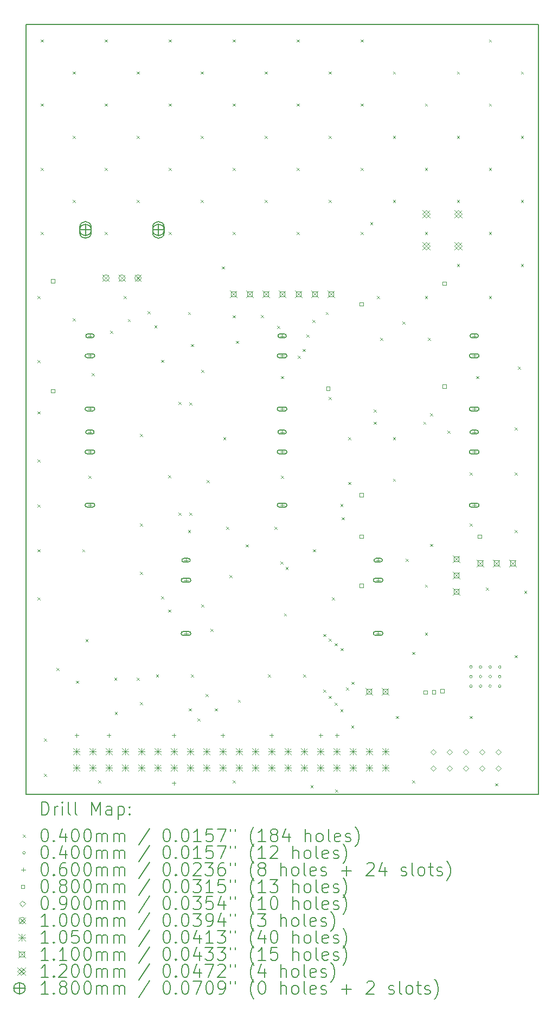
<source format=gbr>
%TF.GenerationSoftware,KiCad,Pcbnew,6.0.10-86aedd382b~118~ubuntu22.04.1*%
%TF.CreationDate,2023-01-11T08:48:29-08:00*%
%TF.ProjectId,shield,73686965-6c64-42e6-9b69-6361645f7063,rev?*%
%TF.SameCoordinates,Original*%
%TF.FileFunction,Drillmap*%
%TF.FilePolarity,Positive*%
%FSLAX45Y45*%
G04 Gerber Fmt 4.5, Leading zero omitted, Abs format (unit mm)*
G04 Created by KiCad (PCBNEW 6.0.10-86aedd382b~118~ubuntu22.04.1) date 2023-01-11 08:48:29*
%MOMM*%
%LPD*%
G01*
G04 APERTURE LIST*
%ADD10C,0.200000*%
%ADD11C,0.040000*%
%ADD12C,0.060000*%
%ADD13C,0.080000*%
%ADD14C,0.090000*%
%ADD15C,0.100000*%
%ADD16C,0.105000*%
%ADD17C,0.110000*%
%ADD18C,0.120000*%
%ADD19C,0.180000*%
G04 APERTURE END LIST*
D10*
X2000000Y-4000000D02*
X10000000Y-4000000D01*
X10000000Y-4000000D02*
X10000000Y-16000000D01*
X10000000Y-16000000D02*
X2000000Y-16000000D01*
X2000000Y-16000000D02*
X2000000Y-4000000D01*
D11*
X2180000Y-8230000D02*
X2220000Y-8270000D01*
X2220000Y-8230000D02*
X2180000Y-8270000D01*
X2180000Y-9230000D02*
X2220000Y-9270000D01*
X2220000Y-9230000D02*
X2180000Y-9270000D01*
X2180000Y-10030000D02*
X2220000Y-10070000D01*
X2220000Y-10030000D02*
X2180000Y-10070000D01*
X2180000Y-10780000D02*
X2220000Y-10820000D01*
X2220000Y-10780000D02*
X2180000Y-10820000D01*
X2180000Y-11480000D02*
X2220000Y-11520000D01*
X2220000Y-11480000D02*
X2180000Y-11520000D01*
X2180000Y-12180000D02*
X2220000Y-12220000D01*
X2220000Y-12180000D02*
X2180000Y-12220000D01*
X2180000Y-12930000D02*
X2220000Y-12970000D01*
X2220000Y-12930000D02*
X2180000Y-12970000D01*
X2230000Y-4230000D02*
X2270000Y-4270000D01*
X2270000Y-4230000D02*
X2230000Y-4270000D01*
X2230000Y-5230000D02*
X2270000Y-5270000D01*
X2270000Y-5230000D02*
X2230000Y-5270000D01*
X2230000Y-6230000D02*
X2270000Y-6270000D01*
X2270000Y-6230000D02*
X2230000Y-6270000D01*
X2230000Y-7230000D02*
X2270000Y-7270000D01*
X2270000Y-7230000D02*
X2230000Y-7270000D01*
X2280000Y-15130000D02*
X2320000Y-15170000D01*
X2320000Y-15130000D02*
X2280000Y-15170000D01*
X2280000Y-15680000D02*
X2320000Y-15720000D01*
X2320000Y-15680000D02*
X2280000Y-15720000D01*
X2480000Y-14030000D02*
X2520000Y-14070000D01*
X2520000Y-14030000D02*
X2480000Y-14070000D01*
X2730000Y-4730000D02*
X2770000Y-4770000D01*
X2770000Y-4730000D02*
X2730000Y-4770000D01*
X2730000Y-5730000D02*
X2770000Y-5770000D01*
X2770000Y-5730000D02*
X2730000Y-5770000D01*
X2730000Y-6730000D02*
X2770000Y-6770000D01*
X2770000Y-6730000D02*
X2730000Y-6770000D01*
X2730000Y-8580000D02*
X2770000Y-8620000D01*
X2770000Y-8580000D02*
X2730000Y-8620000D01*
X2780000Y-14230000D02*
X2820000Y-14270000D01*
X2820000Y-14230000D02*
X2780000Y-14270000D01*
X2880000Y-12180000D02*
X2920000Y-12220000D01*
X2920000Y-12180000D02*
X2880000Y-12220000D01*
X2930000Y-13580000D02*
X2970000Y-13620000D01*
X2970000Y-13580000D02*
X2930000Y-13620000D01*
X2980000Y-11030000D02*
X3020000Y-11070000D01*
X3020000Y-11030000D02*
X2980000Y-11070000D01*
X3030000Y-9430000D02*
X3070000Y-9470000D01*
X3070000Y-9430000D02*
X3030000Y-9470000D01*
X3130000Y-15780000D02*
X3170000Y-15820000D01*
X3170000Y-15780000D02*
X3130000Y-15820000D01*
X3230000Y-4230000D02*
X3270000Y-4270000D01*
X3270000Y-4230000D02*
X3230000Y-4270000D01*
X3230000Y-5230000D02*
X3270000Y-5270000D01*
X3270000Y-5230000D02*
X3230000Y-5270000D01*
X3230000Y-6230000D02*
X3270000Y-6270000D01*
X3270000Y-6230000D02*
X3230000Y-6270000D01*
X3230000Y-7230000D02*
X3270000Y-7270000D01*
X3270000Y-7230000D02*
X3230000Y-7270000D01*
X3315000Y-8775000D02*
X3355000Y-8815000D01*
X3355000Y-8775000D02*
X3315000Y-8815000D01*
X3380000Y-14180000D02*
X3420000Y-14220000D01*
X3420000Y-14180000D02*
X3380000Y-14220000D01*
X3388000Y-14713000D02*
X3428000Y-14753000D01*
X3428000Y-14713000D02*
X3388000Y-14753000D01*
X3530000Y-8230000D02*
X3570000Y-8270000D01*
X3570000Y-8230000D02*
X3530000Y-8270000D01*
X3590000Y-8590000D02*
X3630000Y-8630000D01*
X3630000Y-8590000D02*
X3590000Y-8630000D01*
X3730000Y-4730000D02*
X3770000Y-4770000D01*
X3770000Y-4730000D02*
X3730000Y-4770000D01*
X3730000Y-5730000D02*
X3770000Y-5770000D01*
X3770000Y-5730000D02*
X3730000Y-5770000D01*
X3730000Y-6730000D02*
X3770000Y-6770000D01*
X3770000Y-6730000D02*
X3730000Y-6770000D01*
X3730000Y-14180000D02*
X3770000Y-14220000D01*
X3770000Y-14180000D02*
X3730000Y-14220000D01*
X3779000Y-14563550D02*
X3819000Y-14603550D01*
X3819000Y-14563550D02*
X3779000Y-14603550D01*
X3780000Y-10380000D02*
X3820000Y-10420000D01*
X3820000Y-10380000D02*
X3780000Y-10420000D01*
X3780000Y-11780000D02*
X3820000Y-11820000D01*
X3820000Y-11780000D02*
X3780000Y-11820000D01*
X3780000Y-12530000D02*
X3820000Y-12570000D01*
X3820000Y-12530000D02*
X3780000Y-12570000D01*
X3900000Y-8470000D02*
X3940000Y-8510000D01*
X3940000Y-8470000D02*
X3900000Y-8510000D01*
X4005000Y-8685000D02*
X4045000Y-8725000D01*
X4045000Y-8685000D02*
X4005000Y-8725000D01*
X4030000Y-14130000D02*
X4070000Y-14170000D01*
X4070000Y-14130000D02*
X4030000Y-14170000D01*
X4110000Y-9225000D02*
X4150000Y-9265000D01*
X4150000Y-9225000D02*
X4110000Y-9265000D01*
X4110000Y-12910000D02*
X4150000Y-12950000D01*
X4150000Y-12910000D02*
X4110000Y-12950000D01*
X4220000Y-11023050D02*
X4260000Y-11063050D01*
X4260000Y-11023050D02*
X4220000Y-11063050D01*
X4220000Y-13120000D02*
X4260000Y-13160000D01*
X4260000Y-13120000D02*
X4220000Y-13160000D01*
X4230000Y-4230000D02*
X4270000Y-4270000D01*
X4270000Y-4230000D02*
X4230000Y-4270000D01*
X4230000Y-5230000D02*
X4270000Y-5270000D01*
X4270000Y-5230000D02*
X4230000Y-5270000D01*
X4230000Y-6230000D02*
X4270000Y-6270000D01*
X4270000Y-6230000D02*
X4230000Y-6270000D01*
X4230000Y-7230000D02*
X4270000Y-7270000D01*
X4270000Y-7230000D02*
X4230000Y-7270000D01*
X4385000Y-9880000D02*
X4425000Y-9920000D01*
X4425000Y-9880000D02*
X4385000Y-9920000D01*
X4385000Y-11610000D02*
X4425000Y-11650000D01*
X4425000Y-11610000D02*
X4385000Y-11650000D01*
X4530000Y-8480000D02*
X4570000Y-8520000D01*
X4570000Y-8480000D02*
X4530000Y-8520000D01*
X4530000Y-11880000D02*
X4570000Y-11920000D01*
X4570000Y-11880000D02*
X4530000Y-11920000D01*
X4542000Y-14661000D02*
X4582000Y-14701000D01*
X4582000Y-14661000D02*
X4542000Y-14701000D01*
X4550000Y-9890000D02*
X4590000Y-9930000D01*
X4590000Y-9890000D02*
X4550000Y-9930000D01*
X4550000Y-11610000D02*
X4590000Y-11650000D01*
X4590000Y-11610000D02*
X4550000Y-11650000D01*
X4580000Y-8980000D02*
X4620000Y-9020000D01*
X4620000Y-8980000D02*
X4580000Y-9020000D01*
X4580000Y-14130000D02*
X4620000Y-14170000D01*
X4620000Y-14130000D02*
X4580000Y-14170000D01*
X4680000Y-14820000D02*
X4720000Y-14860000D01*
X4720000Y-14820000D02*
X4680000Y-14860000D01*
X4730000Y-4730000D02*
X4770000Y-4770000D01*
X4770000Y-4730000D02*
X4730000Y-4770000D01*
X4730000Y-5730000D02*
X4770000Y-5770000D01*
X4770000Y-5730000D02*
X4730000Y-5770000D01*
X4730000Y-6730000D02*
X4770000Y-6770000D01*
X4770000Y-6730000D02*
X4730000Y-6770000D01*
X4740000Y-9380000D02*
X4780000Y-9420000D01*
X4780000Y-9380000D02*
X4740000Y-9420000D01*
X4740000Y-13040000D02*
X4780000Y-13080000D01*
X4780000Y-13040000D02*
X4740000Y-13080000D01*
X4805000Y-14435000D02*
X4845000Y-14475000D01*
X4845000Y-14435000D02*
X4805000Y-14475000D01*
X4820000Y-11100000D02*
X4860000Y-11140000D01*
X4860000Y-11100000D02*
X4820000Y-11140000D01*
X4885000Y-13420000D02*
X4925000Y-13460000D01*
X4925000Y-13420000D02*
X4885000Y-13460000D01*
X4950000Y-14660000D02*
X4990000Y-14700000D01*
X4990000Y-14660000D02*
X4950000Y-14700000D01*
X5060000Y-7770000D02*
X5100000Y-7810000D01*
X5100000Y-7770000D02*
X5060000Y-7810000D01*
X5080000Y-10430000D02*
X5120000Y-10470000D01*
X5120000Y-10430000D02*
X5080000Y-10470000D01*
X5130000Y-11830000D02*
X5170000Y-11870000D01*
X5170000Y-11830000D02*
X5130000Y-11870000D01*
X5180000Y-12580000D02*
X5220000Y-12620000D01*
X5220000Y-12580000D02*
X5180000Y-12620000D01*
X5230000Y-4230000D02*
X5270000Y-4270000D01*
X5270000Y-4230000D02*
X5230000Y-4270000D01*
X5230000Y-5230000D02*
X5270000Y-5270000D01*
X5270000Y-5230000D02*
X5230000Y-5270000D01*
X5230000Y-6230000D02*
X5270000Y-6270000D01*
X5270000Y-6230000D02*
X5230000Y-6270000D01*
X5230000Y-7230000D02*
X5270000Y-7270000D01*
X5270000Y-7230000D02*
X5230000Y-7270000D01*
X5230000Y-8530000D02*
X5270000Y-8570000D01*
X5270000Y-8530000D02*
X5230000Y-8570000D01*
X5230000Y-15780000D02*
X5270000Y-15820000D01*
X5270000Y-15780000D02*
X5230000Y-15820000D01*
X5280000Y-8930000D02*
X5320000Y-8970000D01*
X5320000Y-8930000D02*
X5280000Y-8970000D01*
X5310000Y-14525000D02*
X5350000Y-14565000D01*
X5350000Y-14525000D02*
X5310000Y-14565000D01*
X5435000Y-12104000D02*
X5475000Y-12144000D01*
X5475000Y-12104000D02*
X5435000Y-12144000D01*
X5670000Y-8525000D02*
X5710000Y-8565000D01*
X5710000Y-8525000D02*
X5670000Y-8565000D01*
X5730000Y-4730000D02*
X5770000Y-4770000D01*
X5770000Y-4730000D02*
X5730000Y-4770000D01*
X5730000Y-5730000D02*
X5770000Y-5770000D01*
X5770000Y-5730000D02*
X5730000Y-5770000D01*
X5730000Y-6730000D02*
X5770000Y-6770000D01*
X5770000Y-6730000D02*
X5730000Y-6770000D01*
X5780000Y-14130000D02*
X5820000Y-14170000D01*
X5820000Y-14130000D02*
X5780000Y-14170000D01*
X5880000Y-11830000D02*
X5920000Y-11870000D01*
X5920000Y-11830000D02*
X5880000Y-11870000D01*
X5925000Y-8695000D02*
X5965000Y-8735000D01*
X5965000Y-8695000D02*
X5925000Y-8735000D01*
X5975000Y-12370000D02*
X6015000Y-12410000D01*
X6015000Y-12370000D02*
X5975000Y-12410000D01*
X5980000Y-9480000D02*
X6020000Y-9520000D01*
X6020000Y-9480000D02*
X5980000Y-9520000D01*
X5980000Y-11030000D02*
X6020000Y-11070000D01*
X6020000Y-11030000D02*
X5980000Y-11070000D01*
X6030000Y-13180000D02*
X6070000Y-13220000D01*
X6070000Y-13180000D02*
X6030000Y-13220000D01*
X6055000Y-12455000D02*
X6095000Y-12495000D01*
X6095000Y-12455000D02*
X6055000Y-12495000D01*
X6230000Y-4230000D02*
X6270000Y-4270000D01*
X6270000Y-4230000D02*
X6230000Y-4270000D01*
X6230000Y-5230000D02*
X6270000Y-5270000D01*
X6270000Y-5230000D02*
X6230000Y-5270000D01*
X6230000Y-6230000D02*
X6270000Y-6270000D01*
X6270000Y-6230000D02*
X6230000Y-6270000D01*
X6230000Y-7230000D02*
X6270000Y-7270000D01*
X6270000Y-7230000D02*
X6230000Y-7270000D01*
X6245000Y-9160000D02*
X6285000Y-9200000D01*
X6285000Y-9160000D02*
X6245000Y-9200000D01*
X6320000Y-9055000D02*
X6360000Y-9095000D01*
X6360000Y-9055000D02*
X6320000Y-9095000D01*
X6330000Y-14130000D02*
X6370000Y-14170000D01*
X6370000Y-14130000D02*
X6330000Y-14170000D01*
X6380000Y-8830000D02*
X6420000Y-8870000D01*
X6420000Y-8830000D02*
X6380000Y-8870000D01*
X6445000Y-15860550D02*
X6485000Y-15900550D01*
X6485000Y-15860550D02*
X6445000Y-15900550D01*
X6475000Y-8605000D02*
X6515000Y-8645000D01*
X6515000Y-8605000D02*
X6475000Y-8645000D01*
X6480000Y-12180000D02*
X6520000Y-12220000D01*
X6520000Y-12180000D02*
X6480000Y-12220000D01*
X6645000Y-13500000D02*
X6685000Y-13540000D01*
X6685000Y-13500000D02*
X6645000Y-13540000D01*
X6645000Y-14370000D02*
X6685000Y-14410000D01*
X6685000Y-14370000D02*
X6645000Y-14410000D01*
X6680000Y-8480000D02*
X6720000Y-8520000D01*
X6720000Y-8480000D02*
X6680000Y-8520000D01*
X6730000Y-4730000D02*
X6770000Y-4770000D01*
X6770000Y-4730000D02*
X6730000Y-4770000D01*
X6730000Y-5730000D02*
X6770000Y-5770000D01*
X6770000Y-5730000D02*
X6730000Y-5770000D01*
X6730000Y-6730000D02*
X6770000Y-6770000D01*
X6770000Y-6730000D02*
X6730000Y-6770000D01*
X6730000Y-9805000D02*
X6770000Y-9845000D01*
X6770000Y-9805000D02*
X6730000Y-9845000D01*
X6730000Y-13570000D02*
X6770000Y-13610000D01*
X6770000Y-13570000D02*
X6730000Y-13610000D01*
X6730000Y-14465000D02*
X6770000Y-14505000D01*
X6770000Y-14465000D02*
X6730000Y-14505000D01*
X6780000Y-12930000D02*
X6820000Y-12970000D01*
X6820000Y-12930000D02*
X6780000Y-12970000D01*
X6820000Y-13645000D02*
X6860000Y-13685000D01*
X6860000Y-13645000D02*
X6820000Y-13685000D01*
X6820000Y-14575000D02*
X6860000Y-14615000D01*
X6860000Y-14575000D02*
X6820000Y-14615000D01*
X6831000Y-15927000D02*
X6871000Y-15967000D01*
X6871000Y-15927000D02*
X6831000Y-15967000D01*
X6910000Y-11475000D02*
X6950000Y-11515000D01*
X6950000Y-11475000D02*
X6910000Y-11515000D01*
X6910000Y-14675000D02*
X6950000Y-14715000D01*
X6950000Y-14675000D02*
X6910000Y-14715000D01*
X6915000Y-13720000D02*
X6955000Y-13760000D01*
X6955000Y-13720000D02*
X6915000Y-13760000D01*
X6930000Y-11680000D02*
X6970000Y-11720000D01*
X6970000Y-11680000D02*
X6930000Y-11720000D01*
X6998000Y-14333000D02*
X7038000Y-14373000D01*
X7038000Y-14333000D02*
X6998000Y-14373000D01*
X7030000Y-10430000D02*
X7070000Y-10470000D01*
X7070000Y-10430000D02*
X7030000Y-10470000D01*
X7030000Y-11130000D02*
X7070000Y-11170000D01*
X7070000Y-11130000D02*
X7030000Y-11170000D01*
X7080000Y-14930000D02*
X7120000Y-14970000D01*
X7120000Y-14930000D02*
X7080000Y-14970000D01*
X7085000Y-14245000D02*
X7125000Y-14285000D01*
X7125000Y-14245000D02*
X7085000Y-14285000D01*
X7230000Y-4230000D02*
X7270000Y-4270000D01*
X7270000Y-4230000D02*
X7230000Y-4270000D01*
X7230000Y-5230000D02*
X7270000Y-5270000D01*
X7270000Y-5230000D02*
X7230000Y-5270000D01*
X7230000Y-6230000D02*
X7270000Y-6270000D01*
X7270000Y-6230000D02*
X7230000Y-6270000D01*
X7230000Y-7230000D02*
X7270000Y-7270000D01*
X7270000Y-7230000D02*
X7230000Y-7270000D01*
X7375000Y-7080000D02*
X7415000Y-7120000D01*
X7415000Y-7080000D02*
X7375000Y-7120000D01*
X7430000Y-10000000D02*
X7470000Y-10040000D01*
X7470000Y-10000000D02*
X7430000Y-10040000D01*
X7430000Y-10190000D02*
X7470000Y-10230000D01*
X7470000Y-10190000D02*
X7430000Y-10230000D01*
X7480000Y-8230000D02*
X7520000Y-8270000D01*
X7520000Y-8230000D02*
X7480000Y-8270000D01*
X7530000Y-8880000D02*
X7570000Y-8920000D01*
X7570000Y-8880000D02*
X7530000Y-8920000D01*
X7730000Y-4730000D02*
X7770000Y-4770000D01*
X7770000Y-4730000D02*
X7730000Y-4770000D01*
X7730000Y-5730000D02*
X7770000Y-5770000D01*
X7770000Y-5730000D02*
X7730000Y-5770000D01*
X7730000Y-6730000D02*
X7770000Y-6770000D01*
X7770000Y-6730000D02*
X7730000Y-6770000D01*
X7730000Y-10430000D02*
X7770000Y-10470000D01*
X7770000Y-10430000D02*
X7730000Y-10470000D01*
X7730000Y-11080000D02*
X7770000Y-11120000D01*
X7770000Y-11080000D02*
X7730000Y-11120000D01*
X7780000Y-14780000D02*
X7820000Y-14820000D01*
X7820000Y-14780000D02*
X7780000Y-14820000D01*
X7880000Y-8630000D02*
X7920000Y-8670000D01*
X7920000Y-8630000D02*
X7880000Y-8670000D01*
X7930000Y-12330000D02*
X7970000Y-12370000D01*
X7970000Y-12330000D02*
X7930000Y-12370000D01*
X8030000Y-13780000D02*
X8070000Y-13820000D01*
X8070000Y-13780000D02*
X8030000Y-13820000D01*
X8030000Y-15780000D02*
X8070000Y-15820000D01*
X8070000Y-15780000D02*
X8030000Y-15820000D01*
X8205000Y-10190000D02*
X8245000Y-10230000D01*
X8245000Y-10190000D02*
X8205000Y-10230000D01*
X8230000Y-5230000D02*
X8270000Y-5270000D01*
X8270000Y-5230000D02*
X8230000Y-5270000D01*
X8230000Y-6230000D02*
X8270000Y-6270000D01*
X8270000Y-6230000D02*
X8230000Y-6270000D01*
X8230000Y-7230000D02*
X8270000Y-7270000D01*
X8270000Y-7230000D02*
X8230000Y-7270000D01*
X8230000Y-8230000D02*
X8270000Y-8270000D01*
X8270000Y-8230000D02*
X8230000Y-8270000D01*
X8230000Y-12730000D02*
X8270000Y-12770000D01*
X8270000Y-12730000D02*
X8230000Y-12770000D01*
X8230000Y-13480000D02*
X8270000Y-13520000D01*
X8270000Y-13480000D02*
X8230000Y-13520000D01*
X8280000Y-8880000D02*
X8320000Y-8920000D01*
X8320000Y-8880000D02*
X8280000Y-8920000D01*
X8310000Y-10060000D02*
X8350000Y-10100000D01*
X8350000Y-10060000D02*
X8310000Y-10100000D01*
X8310000Y-12095000D02*
X8350000Y-12135000D01*
X8350000Y-12095000D02*
X8310000Y-12135000D01*
X8580000Y-10330000D02*
X8620000Y-10370000D01*
X8620000Y-10330000D02*
X8580000Y-10370000D01*
X8730000Y-4730000D02*
X8770000Y-4770000D01*
X8770000Y-4730000D02*
X8730000Y-4770000D01*
X8730000Y-5730000D02*
X8770000Y-5770000D01*
X8770000Y-5730000D02*
X8730000Y-5770000D01*
X8730000Y-6730000D02*
X8770000Y-6770000D01*
X8770000Y-6730000D02*
X8730000Y-6770000D01*
X8730000Y-7730000D02*
X8770000Y-7770000D01*
X8770000Y-7730000D02*
X8730000Y-7770000D01*
X8930000Y-10980000D02*
X8970000Y-11020000D01*
X8970000Y-10980000D02*
X8930000Y-11020000D01*
X8930000Y-11780000D02*
X8970000Y-11820000D01*
X8970000Y-11780000D02*
X8930000Y-11820000D01*
X8930000Y-14780000D02*
X8970000Y-14820000D01*
X8970000Y-14780000D02*
X8930000Y-14820000D01*
X9030000Y-9480000D02*
X9070000Y-9520000D01*
X9070000Y-9480000D02*
X9030000Y-9520000D01*
X9180000Y-12780000D02*
X9220000Y-12820000D01*
X9220000Y-12780000D02*
X9180000Y-12820000D01*
X9230000Y-4230000D02*
X9270000Y-4270000D01*
X9270000Y-4230000D02*
X9230000Y-4270000D01*
X9230000Y-5230000D02*
X9270000Y-5270000D01*
X9270000Y-5230000D02*
X9230000Y-5270000D01*
X9230000Y-6230000D02*
X9270000Y-6270000D01*
X9270000Y-6230000D02*
X9230000Y-6270000D01*
X9230000Y-7230000D02*
X9270000Y-7270000D01*
X9270000Y-7230000D02*
X9230000Y-7270000D01*
X9230000Y-8230000D02*
X9270000Y-8270000D01*
X9270000Y-8230000D02*
X9230000Y-8270000D01*
X9330000Y-15830000D02*
X9370000Y-15870000D01*
X9370000Y-15830000D02*
X9330000Y-15870000D01*
X9630000Y-10280000D02*
X9670000Y-10320000D01*
X9670000Y-10280000D02*
X9630000Y-10320000D01*
X9630000Y-10980000D02*
X9670000Y-11020000D01*
X9670000Y-10980000D02*
X9630000Y-11020000D01*
X9630000Y-11880000D02*
X9670000Y-11920000D01*
X9670000Y-11880000D02*
X9630000Y-11920000D01*
X9630000Y-13830000D02*
X9670000Y-13870000D01*
X9670000Y-13830000D02*
X9630000Y-13870000D01*
X9680000Y-9330000D02*
X9720000Y-9370000D01*
X9720000Y-9330000D02*
X9680000Y-9370000D01*
X9730000Y-4730000D02*
X9770000Y-4770000D01*
X9770000Y-4730000D02*
X9730000Y-4770000D01*
X9730000Y-5730000D02*
X9770000Y-5770000D01*
X9770000Y-5730000D02*
X9730000Y-5770000D01*
X9730000Y-6730000D02*
X9770000Y-6770000D01*
X9770000Y-6730000D02*
X9730000Y-6770000D01*
X9730000Y-7730000D02*
X9770000Y-7770000D01*
X9770000Y-7730000D02*
X9730000Y-7770000D01*
X9780000Y-12830000D02*
X9820000Y-12870000D01*
X9820000Y-12830000D02*
X9780000Y-12870000D01*
X8969000Y-14015000D02*
G75*
G03*
X8969000Y-14015000I-20000J0D01*
G01*
X8969000Y-14165000D02*
G75*
G03*
X8969000Y-14165000I-20000J0D01*
G01*
X8969000Y-14315000D02*
G75*
G03*
X8969000Y-14315000I-20000J0D01*
G01*
X9119000Y-14015000D02*
G75*
G03*
X9119000Y-14015000I-20000J0D01*
G01*
X9119000Y-14165000D02*
G75*
G03*
X9119000Y-14165000I-20000J0D01*
G01*
X9119000Y-14315000D02*
G75*
G03*
X9119000Y-14315000I-20000J0D01*
G01*
X9269000Y-14015000D02*
G75*
G03*
X9269000Y-14015000I-20000J0D01*
G01*
X9269000Y-14165000D02*
G75*
G03*
X9269000Y-14165000I-20000J0D01*
G01*
X9269000Y-14315000D02*
G75*
G03*
X9269000Y-14315000I-20000J0D01*
G01*
X9419000Y-14015000D02*
G75*
G03*
X9419000Y-14015000I-20000J0D01*
G01*
X9419000Y-14165000D02*
G75*
G03*
X9419000Y-14165000I-20000J0D01*
G01*
X9419000Y-14315000D02*
G75*
G03*
X9419000Y-14315000I-20000J0D01*
G01*
D12*
X2790000Y-15050000D02*
X2790000Y-15110000D01*
X2760000Y-15080000D02*
X2820000Y-15080000D01*
X3000000Y-8822000D02*
X3000000Y-8882000D01*
X2970000Y-8852000D02*
X3030000Y-8852000D01*
D10*
X3035000Y-8822000D02*
X2965000Y-8822000D01*
X3035000Y-8882000D02*
X2965000Y-8882000D01*
X2965000Y-8822000D02*
G75*
G03*
X2965000Y-8882000I0J-30000D01*
G01*
X3035000Y-8882000D02*
G75*
G03*
X3035000Y-8822000I0J30000D01*
G01*
D12*
X3000000Y-9132000D02*
X3000000Y-9192000D01*
X2970000Y-9162000D02*
X3030000Y-9162000D01*
D10*
X3045000Y-9132000D02*
X2955000Y-9132000D01*
X3045000Y-9192000D02*
X2955000Y-9192000D01*
X2955000Y-9132000D02*
G75*
G03*
X2955000Y-9192000I0J-30000D01*
G01*
X3045000Y-9192000D02*
G75*
G03*
X3045000Y-9132000I0J30000D01*
G01*
D12*
X3000000Y-9962000D02*
X3000000Y-10022000D01*
X2970000Y-9992000D02*
X3030000Y-9992000D01*
D10*
X3045000Y-9962000D02*
X2955000Y-9962000D01*
X3045000Y-10022000D02*
X2955000Y-10022000D01*
X2955000Y-9962000D02*
G75*
G03*
X2955000Y-10022000I0J-30000D01*
G01*
X3045000Y-10022000D02*
G75*
G03*
X3045000Y-9962000I0J30000D01*
G01*
D12*
X3000000Y-10322000D02*
X3000000Y-10382000D01*
X2970000Y-10352000D02*
X3030000Y-10352000D01*
D10*
X3035000Y-10322000D02*
X2965000Y-10322000D01*
X3035000Y-10382000D02*
X2965000Y-10382000D01*
X2965000Y-10322000D02*
G75*
G03*
X2965000Y-10382000I0J-30000D01*
G01*
X3035000Y-10382000D02*
G75*
G03*
X3035000Y-10322000I0J30000D01*
G01*
D12*
X3000000Y-10632000D02*
X3000000Y-10692000D01*
X2970000Y-10662000D02*
X3030000Y-10662000D01*
D10*
X3045000Y-10632000D02*
X2955000Y-10632000D01*
X3045000Y-10692000D02*
X2955000Y-10692000D01*
X2955000Y-10632000D02*
G75*
G03*
X2955000Y-10692000I0J-30000D01*
G01*
X3045000Y-10692000D02*
G75*
G03*
X3045000Y-10632000I0J30000D01*
G01*
D12*
X3000000Y-11462000D02*
X3000000Y-11522000D01*
X2970000Y-11492000D02*
X3030000Y-11492000D01*
D10*
X3045000Y-11462000D02*
X2955000Y-11462000D01*
X3045000Y-11522000D02*
X2955000Y-11522000D01*
X2955000Y-11462000D02*
G75*
G03*
X2955000Y-11522000I0J-30000D01*
G01*
X3045000Y-11522000D02*
G75*
G03*
X3045000Y-11462000I0J30000D01*
G01*
D12*
X3295000Y-15050000D02*
X3295000Y-15110000D01*
X3265000Y-15080000D02*
X3325000Y-15080000D01*
X4310000Y-15050000D02*
X4310000Y-15110000D01*
X4280000Y-15080000D02*
X4340000Y-15080000D01*
X4310000Y-15795000D02*
X4310000Y-15855000D01*
X4280000Y-15825000D02*
X4340000Y-15825000D01*
X4500000Y-12322000D02*
X4500000Y-12382000D01*
X4470000Y-12352000D02*
X4530000Y-12352000D01*
D10*
X4535000Y-12322000D02*
X4465000Y-12322000D01*
X4535000Y-12382000D02*
X4465000Y-12382000D01*
X4465000Y-12322000D02*
G75*
G03*
X4465000Y-12382000I0J-30000D01*
G01*
X4535000Y-12382000D02*
G75*
G03*
X4535000Y-12322000I0J30000D01*
G01*
D12*
X4500000Y-12632000D02*
X4500000Y-12692000D01*
X4470000Y-12662000D02*
X4530000Y-12662000D01*
D10*
X4545000Y-12632000D02*
X4455000Y-12632000D01*
X4545000Y-12692000D02*
X4455000Y-12692000D01*
X4455000Y-12632000D02*
G75*
G03*
X4455000Y-12692000I0J-30000D01*
G01*
X4545000Y-12692000D02*
G75*
G03*
X4545000Y-12632000I0J30000D01*
G01*
D12*
X4500000Y-13462000D02*
X4500000Y-13522000D01*
X4470000Y-13492000D02*
X4530000Y-13492000D01*
D10*
X4545000Y-13462000D02*
X4455000Y-13462000D01*
X4545000Y-13522000D02*
X4455000Y-13522000D01*
X4455000Y-13462000D02*
G75*
G03*
X4455000Y-13522000I0J-30000D01*
G01*
X4545000Y-13522000D02*
G75*
G03*
X4545000Y-13462000I0J30000D01*
G01*
D12*
X5075000Y-15050000D02*
X5075000Y-15110000D01*
X5045000Y-15080000D02*
X5105000Y-15080000D01*
X5835000Y-15050000D02*
X5835000Y-15110000D01*
X5805000Y-15080000D02*
X5865000Y-15080000D01*
X6000000Y-8822000D02*
X6000000Y-8882000D01*
X5970000Y-8852000D02*
X6030000Y-8852000D01*
D10*
X6035000Y-8822000D02*
X5965000Y-8822000D01*
X6035000Y-8882000D02*
X5965000Y-8882000D01*
X5965000Y-8822000D02*
G75*
G03*
X5965000Y-8882000I0J-30000D01*
G01*
X6035000Y-8882000D02*
G75*
G03*
X6035000Y-8822000I0J30000D01*
G01*
D12*
X6000000Y-9132000D02*
X6000000Y-9192000D01*
X5970000Y-9162000D02*
X6030000Y-9162000D01*
D10*
X6045000Y-9132000D02*
X5955000Y-9132000D01*
X6045000Y-9192000D02*
X5955000Y-9192000D01*
X5955000Y-9132000D02*
G75*
G03*
X5955000Y-9192000I0J-30000D01*
G01*
X6045000Y-9192000D02*
G75*
G03*
X6045000Y-9132000I0J30000D01*
G01*
D12*
X6000000Y-9962000D02*
X6000000Y-10022000D01*
X5970000Y-9992000D02*
X6030000Y-9992000D01*
D10*
X6045000Y-9962000D02*
X5955000Y-9962000D01*
X6045000Y-10022000D02*
X5955000Y-10022000D01*
X5955000Y-9962000D02*
G75*
G03*
X5955000Y-10022000I0J-30000D01*
G01*
X6045000Y-10022000D02*
G75*
G03*
X6045000Y-9962000I0J30000D01*
G01*
D12*
X6000000Y-10322000D02*
X6000000Y-10382000D01*
X5970000Y-10352000D02*
X6030000Y-10352000D01*
D10*
X6035000Y-10322000D02*
X5965000Y-10322000D01*
X6035000Y-10382000D02*
X5965000Y-10382000D01*
X5965000Y-10322000D02*
G75*
G03*
X5965000Y-10382000I0J-30000D01*
G01*
X6035000Y-10382000D02*
G75*
G03*
X6035000Y-10322000I0J30000D01*
G01*
D12*
X6000000Y-10632000D02*
X6000000Y-10692000D01*
X5970000Y-10662000D02*
X6030000Y-10662000D01*
D10*
X6045000Y-10632000D02*
X5955000Y-10632000D01*
X6045000Y-10692000D02*
X5955000Y-10692000D01*
X5955000Y-10632000D02*
G75*
G03*
X5955000Y-10692000I0J-30000D01*
G01*
X6045000Y-10692000D02*
G75*
G03*
X6045000Y-10632000I0J30000D01*
G01*
D12*
X6000000Y-11462000D02*
X6000000Y-11522000D01*
X5970000Y-11492000D02*
X6030000Y-11492000D01*
D10*
X6045000Y-11462000D02*
X5955000Y-11462000D01*
X6045000Y-11522000D02*
X5955000Y-11522000D01*
X5955000Y-11462000D02*
G75*
G03*
X5955000Y-11522000I0J-30000D01*
G01*
X6045000Y-11522000D02*
G75*
G03*
X6045000Y-11462000I0J30000D01*
G01*
D12*
X6600000Y-15050000D02*
X6600000Y-15110000D01*
X6570000Y-15080000D02*
X6630000Y-15080000D01*
X6855000Y-15050000D02*
X6855000Y-15110000D01*
X6825000Y-15080000D02*
X6885000Y-15080000D01*
X7500000Y-12322000D02*
X7500000Y-12382000D01*
X7470000Y-12352000D02*
X7530000Y-12352000D01*
D10*
X7535000Y-12322000D02*
X7465000Y-12322000D01*
X7535000Y-12382000D02*
X7465000Y-12382000D01*
X7465000Y-12322000D02*
G75*
G03*
X7465000Y-12382000I0J-30000D01*
G01*
X7535000Y-12382000D02*
G75*
G03*
X7535000Y-12322000I0J30000D01*
G01*
D12*
X7500000Y-12632000D02*
X7500000Y-12692000D01*
X7470000Y-12662000D02*
X7530000Y-12662000D01*
D10*
X7545000Y-12632000D02*
X7455000Y-12632000D01*
X7545000Y-12692000D02*
X7455000Y-12692000D01*
X7455000Y-12632000D02*
G75*
G03*
X7455000Y-12692000I0J-30000D01*
G01*
X7545000Y-12692000D02*
G75*
G03*
X7545000Y-12632000I0J30000D01*
G01*
D12*
X7500000Y-13462000D02*
X7500000Y-13522000D01*
X7470000Y-13492000D02*
X7530000Y-13492000D01*
D10*
X7545000Y-13462000D02*
X7455000Y-13462000D01*
X7545000Y-13522000D02*
X7455000Y-13522000D01*
X7455000Y-13462000D02*
G75*
G03*
X7455000Y-13522000I0J-30000D01*
G01*
X7545000Y-13522000D02*
G75*
G03*
X7545000Y-13462000I0J30000D01*
G01*
D12*
X9000000Y-8822000D02*
X9000000Y-8882000D01*
X8970000Y-8852000D02*
X9030000Y-8852000D01*
D10*
X9035000Y-8822000D02*
X8965000Y-8822000D01*
X9035000Y-8882000D02*
X8965000Y-8882000D01*
X8965000Y-8822000D02*
G75*
G03*
X8965000Y-8882000I0J-30000D01*
G01*
X9035000Y-8882000D02*
G75*
G03*
X9035000Y-8822000I0J30000D01*
G01*
D12*
X9000000Y-9132000D02*
X9000000Y-9192000D01*
X8970000Y-9162000D02*
X9030000Y-9162000D01*
D10*
X9045000Y-9132000D02*
X8955000Y-9132000D01*
X9045000Y-9192000D02*
X8955000Y-9192000D01*
X8955000Y-9132000D02*
G75*
G03*
X8955000Y-9192000I0J-30000D01*
G01*
X9045000Y-9192000D02*
G75*
G03*
X9045000Y-9132000I0J30000D01*
G01*
D12*
X9000000Y-9962000D02*
X9000000Y-10022000D01*
X8970000Y-9992000D02*
X9030000Y-9992000D01*
D10*
X9045000Y-9962000D02*
X8955000Y-9962000D01*
X9045000Y-10022000D02*
X8955000Y-10022000D01*
X8955000Y-9962000D02*
G75*
G03*
X8955000Y-10022000I0J-30000D01*
G01*
X9045000Y-10022000D02*
G75*
G03*
X9045000Y-9962000I0J30000D01*
G01*
D12*
X9000000Y-10322000D02*
X9000000Y-10382000D01*
X8970000Y-10352000D02*
X9030000Y-10352000D01*
D10*
X9035000Y-10322000D02*
X8965000Y-10322000D01*
X9035000Y-10382000D02*
X8965000Y-10382000D01*
X8965000Y-10322000D02*
G75*
G03*
X8965000Y-10382000I0J-30000D01*
G01*
X9035000Y-10382000D02*
G75*
G03*
X9035000Y-10322000I0J30000D01*
G01*
D12*
X9000000Y-10632000D02*
X9000000Y-10692000D01*
X8970000Y-10662000D02*
X9030000Y-10662000D01*
D10*
X9045000Y-10632000D02*
X8955000Y-10632000D01*
X9045000Y-10692000D02*
X8955000Y-10692000D01*
X8955000Y-10632000D02*
G75*
G03*
X8955000Y-10692000I0J-30000D01*
G01*
X9045000Y-10692000D02*
G75*
G03*
X9045000Y-10632000I0J30000D01*
G01*
D12*
X9000000Y-11462000D02*
X9000000Y-11522000D01*
X8970000Y-11492000D02*
X9030000Y-11492000D01*
D10*
X9045000Y-11462000D02*
X8955000Y-11462000D01*
X9045000Y-11522000D02*
X8955000Y-11522000D01*
X8955000Y-11462000D02*
G75*
G03*
X8955000Y-11522000I0J-30000D01*
G01*
X9045000Y-11522000D02*
G75*
G03*
X9045000Y-11462000I0J30000D01*
G01*
D13*
X2448285Y-8023284D02*
X2448285Y-7966715D01*
X2391716Y-7966715D01*
X2391716Y-8023284D01*
X2448285Y-8023284D01*
X2448285Y-9738285D02*
X2448285Y-9681716D01*
X2391716Y-9681716D01*
X2391716Y-9738285D01*
X2448285Y-9738285D01*
X6746784Y-9699785D02*
X6746784Y-9643216D01*
X6690215Y-9643216D01*
X6690215Y-9699785D01*
X6746784Y-9699785D01*
X7268284Y-8383284D02*
X7268284Y-8326715D01*
X7211715Y-8326715D01*
X7211715Y-8383284D01*
X7268284Y-8383284D01*
X7268284Y-11363284D02*
X7268284Y-11306715D01*
X7211715Y-11306715D01*
X7211715Y-11363284D01*
X7268284Y-11363284D01*
X7268284Y-12008284D02*
X7268284Y-11951715D01*
X7211715Y-11951715D01*
X7211715Y-12008284D01*
X7268284Y-12008284D01*
X7268284Y-12773284D02*
X7268284Y-12716715D01*
X7211715Y-12716715D01*
X7211715Y-12773284D01*
X7268284Y-12773284D01*
X8268284Y-14438284D02*
X8268284Y-14381715D01*
X8211715Y-14381715D01*
X8211715Y-14438284D01*
X8268284Y-14438284D01*
X8398285Y-14433284D02*
X8398285Y-14376715D01*
X8341715Y-14376715D01*
X8341715Y-14433284D01*
X8398285Y-14433284D01*
X8528285Y-14418284D02*
X8528285Y-14361715D01*
X8471716Y-14361715D01*
X8471716Y-14418284D01*
X8528285Y-14418284D01*
X8563285Y-8063284D02*
X8563285Y-8006715D01*
X8506716Y-8006715D01*
X8506716Y-8063284D01*
X8563285Y-8063284D01*
X8563285Y-9668285D02*
X8563285Y-9611716D01*
X8506716Y-9611716D01*
X8506716Y-9668285D01*
X8563285Y-9668285D01*
X9113285Y-12008284D02*
X9113285Y-11951715D01*
X9056716Y-11951715D01*
X9056716Y-12008284D01*
X9113285Y-12008284D01*
D14*
X8360000Y-15387000D02*
X8405000Y-15342000D01*
X8360000Y-15297000D01*
X8315000Y-15342000D01*
X8360000Y-15387000D01*
X8360000Y-15641000D02*
X8405000Y-15596000D01*
X8360000Y-15551000D01*
X8315000Y-15596000D01*
X8360000Y-15641000D01*
X8614000Y-15387000D02*
X8659000Y-15342000D01*
X8614000Y-15297000D01*
X8569000Y-15342000D01*
X8614000Y-15387000D01*
X8614000Y-15641000D02*
X8659000Y-15596000D01*
X8614000Y-15551000D01*
X8569000Y-15596000D01*
X8614000Y-15641000D01*
X8868000Y-15387000D02*
X8913000Y-15342000D01*
X8868000Y-15297000D01*
X8823000Y-15342000D01*
X8868000Y-15387000D01*
X8868000Y-15641000D02*
X8913000Y-15596000D01*
X8868000Y-15551000D01*
X8823000Y-15596000D01*
X8868000Y-15641000D01*
X9122000Y-15387000D02*
X9167000Y-15342000D01*
X9122000Y-15297000D01*
X9077000Y-15342000D01*
X9122000Y-15387000D01*
X9122000Y-15641000D02*
X9167000Y-15596000D01*
X9122000Y-15551000D01*
X9077000Y-15596000D01*
X9122000Y-15641000D01*
X9376000Y-15387000D02*
X9421000Y-15342000D01*
X9376000Y-15297000D01*
X9331000Y-15342000D01*
X9376000Y-15387000D01*
X9376000Y-15641000D02*
X9421000Y-15596000D01*
X9376000Y-15551000D01*
X9331000Y-15596000D01*
X9376000Y-15641000D01*
D15*
X3200000Y-7900000D02*
X3300000Y-8000000D01*
X3300000Y-7900000D02*
X3200000Y-8000000D01*
X3300000Y-7950000D02*
G75*
G03*
X3300000Y-7950000I-50000J0D01*
G01*
X3450000Y-7900000D02*
X3550000Y-8000000D01*
X3550000Y-7900000D02*
X3450000Y-8000000D01*
X3550000Y-7950000D02*
G75*
G03*
X3550000Y-7950000I-50000J0D01*
G01*
X3700000Y-7900000D02*
X3800000Y-8000000D01*
X3800000Y-7900000D02*
X3700000Y-8000000D01*
X3800000Y-7950000D02*
G75*
G03*
X3800000Y-7950000I-50000J0D01*
G01*
D16*
X2734500Y-15281000D02*
X2839500Y-15386000D01*
X2839500Y-15281000D02*
X2734500Y-15386000D01*
X2787000Y-15281000D02*
X2787000Y-15386000D01*
X2734500Y-15333500D02*
X2839500Y-15333500D01*
X2734500Y-15535000D02*
X2839500Y-15640000D01*
X2839500Y-15535000D02*
X2734500Y-15640000D01*
X2787000Y-15535000D02*
X2787000Y-15640000D01*
X2734500Y-15587500D02*
X2839500Y-15587500D01*
X2988500Y-15281000D02*
X3093500Y-15386000D01*
X3093500Y-15281000D02*
X2988500Y-15386000D01*
X3041000Y-15281000D02*
X3041000Y-15386000D01*
X2988500Y-15333500D02*
X3093500Y-15333500D01*
X2988500Y-15535000D02*
X3093500Y-15640000D01*
X3093500Y-15535000D02*
X2988500Y-15640000D01*
X3041000Y-15535000D02*
X3041000Y-15640000D01*
X2988500Y-15587500D02*
X3093500Y-15587500D01*
X3242500Y-15281000D02*
X3347500Y-15386000D01*
X3347500Y-15281000D02*
X3242500Y-15386000D01*
X3295000Y-15281000D02*
X3295000Y-15386000D01*
X3242500Y-15333500D02*
X3347500Y-15333500D01*
X3242500Y-15535000D02*
X3347500Y-15640000D01*
X3347500Y-15535000D02*
X3242500Y-15640000D01*
X3295000Y-15535000D02*
X3295000Y-15640000D01*
X3242500Y-15587500D02*
X3347500Y-15587500D01*
X3496500Y-15281000D02*
X3601500Y-15386000D01*
X3601500Y-15281000D02*
X3496500Y-15386000D01*
X3549000Y-15281000D02*
X3549000Y-15386000D01*
X3496500Y-15333500D02*
X3601500Y-15333500D01*
X3496500Y-15535000D02*
X3601500Y-15640000D01*
X3601500Y-15535000D02*
X3496500Y-15640000D01*
X3549000Y-15535000D02*
X3549000Y-15640000D01*
X3496500Y-15587500D02*
X3601500Y-15587500D01*
X3750500Y-15281000D02*
X3855500Y-15386000D01*
X3855500Y-15281000D02*
X3750500Y-15386000D01*
X3803000Y-15281000D02*
X3803000Y-15386000D01*
X3750500Y-15333500D02*
X3855500Y-15333500D01*
X3750500Y-15535000D02*
X3855500Y-15640000D01*
X3855500Y-15535000D02*
X3750500Y-15640000D01*
X3803000Y-15535000D02*
X3803000Y-15640000D01*
X3750500Y-15587500D02*
X3855500Y-15587500D01*
X4004500Y-15281000D02*
X4109500Y-15386000D01*
X4109500Y-15281000D02*
X4004500Y-15386000D01*
X4057000Y-15281000D02*
X4057000Y-15386000D01*
X4004500Y-15333500D02*
X4109500Y-15333500D01*
X4004500Y-15535000D02*
X4109500Y-15640000D01*
X4109500Y-15535000D02*
X4004500Y-15640000D01*
X4057000Y-15535000D02*
X4057000Y-15640000D01*
X4004500Y-15587500D02*
X4109500Y-15587500D01*
X4258500Y-15281000D02*
X4363500Y-15386000D01*
X4363500Y-15281000D02*
X4258500Y-15386000D01*
X4311000Y-15281000D02*
X4311000Y-15386000D01*
X4258500Y-15333500D02*
X4363500Y-15333500D01*
X4258500Y-15535000D02*
X4363500Y-15640000D01*
X4363500Y-15535000D02*
X4258500Y-15640000D01*
X4311000Y-15535000D02*
X4311000Y-15640000D01*
X4258500Y-15587500D02*
X4363500Y-15587500D01*
X4512500Y-15281000D02*
X4617500Y-15386000D01*
X4617500Y-15281000D02*
X4512500Y-15386000D01*
X4565000Y-15281000D02*
X4565000Y-15386000D01*
X4512500Y-15333500D02*
X4617500Y-15333500D01*
X4512500Y-15535000D02*
X4617500Y-15640000D01*
X4617500Y-15535000D02*
X4512500Y-15640000D01*
X4565000Y-15535000D02*
X4565000Y-15640000D01*
X4512500Y-15587500D02*
X4617500Y-15587500D01*
X4766500Y-15281000D02*
X4871500Y-15386000D01*
X4871500Y-15281000D02*
X4766500Y-15386000D01*
X4819000Y-15281000D02*
X4819000Y-15386000D01*
X4766500Y-15333500D02*
X4871500Y-15333500D01*
X4766500Y-15535000D02*
X4871500Y-15640000D01*
X4871500Y-15535000D02*
X4766500Y-15640000D01*
X4819000Y-15535000D02*
X4819000Y-15640000D01*
X4766500Y-15587500D02*
X4871500Y-15587500D01*
X5020500Y-15281000D02*
X5125500Y-15386000D01*
X5125500Y-15281000D02*
X5020500Y-15386000D01*
X5073000Y-15281000D02*
X5073000Y-15386000D01*
X5020500Y-15333500D02*
X5125500Y-15333500D01*
X5020500Y-15535000D02*
X5125500Y-15640000D01*
X5125500Y-15535000D02*
X5020500Y-15640000D01*
X5073000Y-15535000D02*
X5073000Y-15640000D01*
X5020500Y-15587500D02*
X5125500Y-15587500D01*
X5274500Y-15281000D02*
X5379500Y-15386000D01*
X5379500Y-15281000D02*
X5274500Y-15386000D01*
X5327000Y-15281000D02*
X5327000Y-15386000D01*
X5274500Y-15333500D02*
X5379500Y-15333500D01*
X5274500Y-15535000D02*
X5379500Y-15640000D01*
X5379500Y-15535000D02*
X5274500Y-15640000D01*
X5327000Y-15535000D02*
X5327000Y-15640000D01*
X5274500Y-15587500D02*
X5379500Y-15587500D01*
X5528500Y-15281000D02*
X5633500Y-15386000D01*
X5633500Y-15281000D02*
X5528500Y-15386000D01*
X5581000Y-15281000D02*
X5581000Y-15386000D01*
X5528500Y-15333500D02*
X5633500Y-15333500D01*
X5528500Y-15535000D02*
X5633500Y-15640000D01*
X5633500Y-15535000D02*
X5528500Y-15640000D01*
X5581000Y-15535000D02*
X5581000Y-15640000D01*
X5528500Y-15587500D02*
X5633500Y-15587500D01*
X5782500Y-15281000D02*
X5887500Y-15386000D01*
X5887500Y-15281000D02*
X5782500Y-15386000D01*
X5835000Y-15281000D02*
X5835000Y-15386000D01*
X5782500Y-15333500D02*
X5887500Y-15333500D01*
X5782500Y-15535000D02*
X5887500Y-15640000D01*
X5887500Y-15535000D02*
X5782500Y-15640000D01*
X5835000Y-15535000D02*
X5835000Y-15640000D01*
X5782500Y-15587500D02*
X5887500Y-15587500D01*
X6036500Y-15281000D02*
X6141500Y-15386000D01*
X6141500Y-15281000D02*
X6036500Y-15386000D01*
X6089000Y-15281000D02*
X6089000Y-15386000D01*
X6036500Y-15333500D02*
X6141500Y-15333500D01*
X6036500Y-15535000D02*
X6141500Y-15640000D01*
X6141500Y-15535000D02*
X6036500Y-15640000D01*
X6089000Y-15535000D02*
X6089000Y-15640000D01*
X6036500Y-15587500D02*
X6141500Y-15587500D01*
X6290500Y-15281000D02*
X6395500Y-15386000D01*
X6395500Y-15281000D02*
X6290500Y-15386000D01*
X6343000Y-15281000D02*
X6343000Y-15386000D01*
X6290500Y-15333500D02*
X6395500Y-15333500D01*
X6290500Y-15535000D02*
X6395500Y-15640000D01*
X6395500Y-15535000D02*
X6290500Y-15640000D01*
X6343000Y-15535000D02*
X6343000Y-15640000D01*
X6290500Y-15587500D02*
X6395500Y-15587500D01*
X6544500Y-15281000D02*
X6649500Y-15386000D01*
X6649500Y-15281000D02*
X6544500Y-15386000D01*
X6597000Y-15281000D02*
X6597000Y-15386000D01*
X6544500Y-15333500D02*
X6649500Y-15333500D01*
X6544500Y-15535000D02*
X6649500Y-15640000D01*
X6649500Y-15535000D02*
X6544500Y-15640000D01*
X6597000Y-15535000D02*
X6597000Y-15640000D01*
X6544500Y-15587500D02*
X6649500Y-15587500D01*
X6798500Y-15281000D02*
X6903500Y-15386000D01*
X6903500Y-15281000D02*
X6798500Y-15386000D01*
X6851000Y-15281000D02*
X6851000Y-15386000D01*
X6798500Y-15333500D02*
X6903500Y-15333500D01*
X6798500Y-15535000D02*
X6903500Y-15640000D01*
X6903500Y-15535000D02*
X6798500Y-15640000D01*
X6851000Y-15535000D02*
X6851000Y-15640000D01*
X6798500Y-15587500D02*
X6903500Y-15587500D01*
X7052500Y-15281000D02*
X7157500Y-15386000D01*
X7157500Y-15281000D02*
X7052500Y-15386000D01*
X7105000Y-15281000D02*
X7105000Y-15386000D01*
X7052500Y-15333500D02*
X7157500Y-15333500D01*
X7052500Y-15535000D02*
X7157500Y-15640000D01*
X7157500Y-15535000D02*
X7052500Y-15640000D01*
X7105000Y-15535000D02*
X7105000Y-15640000D01*
X7052500Y-15587500D02*
X7157500Y-15587500D01*
X7306500Y-15281000D02*
X7411500Y-15386000D01*
X7411500Y-15281000D02*
X7306500Y-15386000D01*
X7359000Y-15281000D02*
X7359000Y-15386000D01*
X7306500Y-15333500D02*
X7411500Y-15333500D01*
X7306500Y-15535000D02*
X7411500Y-15640000D01*
X7411500Y-15535000D02*
X7306500Y-15640000D01*
X7359000Y-15535000D02*
X7359000Y-15640000D01*
X7306500Y-15587500D02*
X7411500Y-15587500D01*
X7560500Y-15281000D02*
X7665500Y-15386000D01*
X7665500Y-15281000D02*
X7560500Y-15386000D01*
X7613000Y-15281000D02*
X7613000Y-15386000D01*
X7560500Y-15333500D02*
X7665500Y-15333500D01*
X7560500Y-15535000D02*
X7665500Y-15640000D01*
X7665500Y-15535000D02*
X7560500Y-15640000D01*
X7613000Y-15535000D02*
X7613000Y-15640000D01*
X7560500Y-15587500D02*
X7665500Y-15587500D01*
D17*
X5183000Y-8145000D02*
X5293000Y-8255000D01*
X5293000Y-8145000D02*
X5183000Y-8255000D01*
X5276891Y-8238891D02*
X5276891Y-8161109D01*
X5199109Y-8161109D01*
X5199109Y-8238891D01*
X5276891Y-8238891D01*
X5437000Y-8145000D02*
X5547000Y-8255000D01*
X5547000Y-8145000D02*
X5437000Y-8255000D01*
X5530891Y-8238891D02*
X5530891Y-8161109D01*
X5453109Y-8161109D01*
X5453109Y-8238891D01*
X5530891Y-8238891D01*
X5691000Y-8145000D02*
X5801000Y-8255000D01*
X5801000Y-8145000D02*
X5691000Y-8255000D01*
X5784891Y-8238891D02*
X5784891Y-8161109D01*
X5707109Y-8161109D01*
X5707109Y-8238891D01*
X5784891Y-8238891D01*
X5945000Y-8145000D02*
X6055000Y-8255000D01*
X6055000Y-8145000D02*
X5945000Y-8255000D01*
X6038891Y-8238891D02*
X6038891Y-8161109D01*
X5961109Y-8161109D01*
X5961109Y-8238891D01*
X6038891Y-8238891D01*
X6199000Y-8145000D02*
X6309000Y-8255000D01*
X6309000Y-8145000D02*
X6199000Y-8255000D01*
X6292891Y-8238891D02*
X6292891Y-8161109D01*
X6215109Y-8161109D01*
X6215109Y-8238891D01*
X6292891Y-8238891D01*
X6453000Y-8145000D02*
X6563000Y-8255000D01*
X6563000Y-8145000D02*
X6453000Y-8255000D01*
X6546891Y-8238891D02*
X6546891Y-8161109D01*
X6469109Y-8161109D01*
X6469109Y-8238891D01*
X6546891Y-8238891D01*
X6707000Y-8145000D02*
X6817000Y-8255000D01*
X6817000Y-8145000D02*
X6707000Y-8255000D01*
X6800891Y-8238891D02*
X6800891Y-8161109D01*
X6723109Y-8161109D01*
X6723109Y-8238891D01*
X6800891Y-8238891D01*
X7303000Y-14340000D02*
X7413000Y-14450000D01*
X7413000Y-14340000D02*
X7303000Y-14450000D01*
X7396891Y-14433891D02*
X7396891Y-14356109D01*
X7319109Y-14356109D01*
X7319109Y-14433891D01*
X7396891Y-14433891D01*
X7557000Y-14340000D02*
X7667000Y-14450000D01*
X7667000Y-14340000D02*
X7557000Y-14450000D01*
X7650891Y-14433891D02*
X7650891Y-14356109D01*
X7573109Y-14356109D01*
X7573109Y-14433891D01*
X7650891Y-14433891D01*
X8665000Y-12274000D02*
X8775000Y-12384000D01*
X8775000Y-12274000D02*
X8665000Y-12384000D01*
X8758891Y-12367891D02*
X8758891Y-12290109D01*
X8681109Y-12290109D01*
X8681109Y-12367891D01*
X8758891Y-12367891D01*
X8665000Y-12528000D02*
X8775000Y-12638000D01*
X8775000Y-12528000D02*
X8665000Y-12638000D01*
X8758891Y-12621891D02*
X8758891Y-12544109D01*
X8681109Y-12544109D01*
X8681109Y-12621891D01*
X8758891Y-12621891D01*
X8665000Y-12782000D02*
X8775000Y-12892000D01*
X8775000Y-12782000D02*
X8665000Y-12892000D01*
X8758891Y-12875891D02*
X8758891Y-12798109D01*
X8681109Y-12798109D01*
X8681109Y-12875891D01*
X8758891Y-12875891D01*
X9041000Y-12340000D02*
X9151000Y-12450000D01*
X9151000Y-12340000D02*
X9041000Y-12450000D01*
X9134891Y-12433891D02*
X9134891Y-12356109D01*
X9057109Y-12356109D01*
X9057109Y-12433891D01*
X9134891Y-12433891D01*
X9295000Y-12340000D02*
X9405000Y-12450000D01*
X9405000Y-12340000D02*
X9295000Y-12450000D01*
X9388891Y-12433891D02*
X9388891Y-12356109D01*
X9311109Y-12356109D01*
X9311109Y-12433891D01*
X9388891Y-12433891D01*
X9549000Y-12340000D02*
X9659000Y-12450000D01*
X9659000Y-12340000D02*
X9549000Y-12450000D01*
X9642891Y-12433891D02*
X9642891Y-12356109D01*
X9565109Y-12356109D01*
X9565109Y-12433891D01*
X9642891Y-12433891D01*
D18*
X8190000Y-6890000D02*
X8310000Y-7010000D01*
X8310000Y-6890000D02*
X8190000Y-7010000D01*
X8250000Y-7010000D02*
X8310000Y-6950000D01*
X8250000Y-6890000D01*
X8190000Y-6950000D01*
X8250000Y-7010000D01*
X8190000Y-7390000D02*
X8310000Y-7510000D01*
X8310000Y-7390000D02*
X8190000Y-7510000D01*
X8250000Y-7510000D02*
X8310000Y-7450000D01*
X8250000Y-7390000D01*
X8190000Y-7450000D01*
X8250000Y-7510000D01*
X8690000Y-6890000D02*
X8810000Y-7010000D01*
X8810000Y-6890000D02*
X8690000Y-7010000D01*
X8750000Y-7010000D02*
X8810000Y-6950000D01*
X8750000Y-6890000D01*
X8690000Y-6950000D01*
X8750000Y-7010000D01*
X8690000Y-7390000D02*
X8810000Y-7510000D01*
X8810000Y-7390000D02*
X8690000Y-7510000D01*
X8750000Y-7510000D02*
X8810000Y-7450000D01*
X8750000Y-7390000D01*
X8690000Y-7450000D01*
X8750000Y-7510000D01*
D19*
X2930000Y-7110000D02*
X2930000Y-7290000D01*
X2840000Y-7200000D02*
X3020000Y-7200000D01*
X3020000Y-7200000D02*
G75*
G03*
X3020000Y-7200000I-90000J0D01*
G01*
D10*
X2840000Y-7160000D02*
X2840000Y-7240000D01*
X3020000Y-7160000D02*
X3020000Y-7240000D01*
X2840000Y-7240000D02*
G75*
G03*
X3020000Y-7240000I90000J0D01*
G01*
X3020000Y-7160000D02*
G75*
G03*
X2840000Y-7160000I-90000J0D01*
G01*
D19*
X4070000Y-7110000D02*
X4070000Y-7290000D01*
X3980000Y-7200000D02*
X4160000Y-7200000D01*
X4160000Y-7200000D02*
G75*
G03*
X4160000Y-7200000I-90000J0D01*
G01*
D10*
X3980000Y-7160000D02*
X3980000Y-7240000D01*
X4160000Y-7160000D02*
X4160000Y-7240000D01*
X3980000Y-7240000D02*
G75*
G03*
X4160000Y-7240000I90000J0D01*
G01*
X4160000Y-7160000D02*
G75*
G03*
X3980000Y-7160000I-90000J0D01*
G01*
X2247619Y-16320476D02*
X2247619Y-16120476D01*
X2295238Y-16120476D01*
X2323810Y-16130000D01*
X2342857Y-16149048D01*
X2352381Y-16168095D01*
X2361905Y-16206190D01*
X2361905Y-16234762D01*
X2352381Y-16272857D01*
X2342857Y-16291905D01*
X2323810Y-16310952D01*
X2295238Y-16320476D01*
X2247619Y-16320476D01*
X2447619Y-16320476D02*
X2447619Y-16187143D01*
X2447619Y-16225238D02*
X2457143Y-16206190D01*
X2466667Y-16196667D01*
X2485714Y-16187143D01*
X2504762Y-16187143D01*
X2571429Y-16320476D02*
X2571429Y-16187143D01*
X2571429Y-16120476D02*
X2561905Y-16130000D01*
X2571429Y-16139524D01*
X2580952Y-16130000D01*
X2571429Y-16120476D01*
X2571429Y-16139524D01*
X2695238Y-16320476D02*
X2676190Y-16310952D01*
X2666667Y-16291905D01*
X2666667Y-16120476D01*
X2800000Y-16320476D02*
X2780952Y-16310952D01*
X2771429Y-16291905D01*
X2771429Y-16120476D01*
X3028571Y-16320476D02*
X3028571Y-16120476D01*
X3095238Y-16263333D01*
X3161905Y-16120476D01*
X3161905Y-16320476D01*
X3342857Y-16320476D02*
X3342857Y-16215714D01*
X3333333Y-16196667D01*
X3314286Y-16187143D01*
X3276190Y-16187143D01*
X3257143Y-16196667D01*
X3342857Y-16310952D02*
X3323809Y-16320476D01*
X3276190Y-16320476D01*
X3257143Y-16310952D01*
X3247619Y-16291905D01*
X3247619Y-16272857D01*
X3257143Y-16253809D01*
X3276190Y-16244286D01*
X3323809Y-16244286D01*
X3342857Y-16234762D01*
X3438095Y-16187143D02*
X3438095Y-16387143D01*
X3438095Y-16196667D02*
X3457143Y-16187143D01*
X3495238Y-16187143D01*
X3514286Y-16196667D01*
X3523809Y-16206190D01*
X3533333Y-16225238D01*
X3533333Y-16282381D01*
X3523809Y-16301428D01*
X3514286Y-16310952D01*
X3495238Y-16320476D01*
X3457143Y-16320476D01*
X3438095Y-16310952D01*
X3619048Y-16301428D02*
X3628571Y-16310952D01*
X3619048Y-16320476D01*
X3609524Y-16310952D01*
X3619048Y-16301428D01*
X3619048Y-16320476D01*
X3619048Y-16196667D02*
X3628571Y-16206190D01*
X3619048Y-16215714D01*
X3609524Y-16206190D01*
X3619048Y-16196667D01*
X3619048Y-16215714D01*
D11*
X1950000Y-16630000D02*
X1990000Y-16670000D01*
X1990000Y-16630000D02*
X1950000Y-16670000D01*
D10*
X2285714Y-16540476D02*
X2304762Y-16540476D01*
X2323810Y-16550000D01*
X2333333Y-16559524D01*
X2342857Y-16578571D01*
X2352381Y-16616667D01*
X2352381Y-16664286D01*
X2342857Y-16702381D01*
X2333333Y-16721428D01*
X2323810Y-16730952D01*
X2304762Y-16740476D01*
X2285714Y-16740476D01*
X2266667Y-16730952D01*
X2257143Y-16721428D01*
X2247619Y-16702381D01*
X2238095Y-16664286D01*
X2238095Y-16616667D01*
X2247619Y-16578571D01*
X2257143Y-16559524D01*
X2266667Y-16550000D01*
X2285714Y-16540476D01*
X2438095Y-16721428D02*
X2447619Y-16730952D01*
X2438095Y-16740476D01*
X2428571Y-16730952D01*
X2438095Y-16721428D01*
X2438095Y-16740476D01*
X2619048Y-16607143D02*
X2619048Y-16740476D01*
X2571429Y-16530952D02*
X2523810Y-16673809D01*
X2647619Y-16673809D01*
X2761905Y-16540476D02*
X2780952Y-16540476D01*
X2800000Y-16550000D01*
X2809524Y-16559524D01*
X2819048Y-16578571D01*
X2828571Y-16616667D01*
X2828571Y-16664286D01*
X2819048Y-16702381D01*
X2809524Y-16721428D01*
X2800000Y-16730952D01*
X2780952Y-16740476D01*
X2761905Y-16740476D01*
X2742857Y-16730952D01*
X2733333Y-16721428D01*
X2723810Y-16702381D01*
X2714286Y-16664286D01*
X2714286Y-16616667D01*
X2723810Y-16578571D01*
X2733333Y-16559524D01*
X2742857Y-16550000D01*
X2761905Y-16540476D01*
X2952381Y-16540476D02*
X2971428Y-16540476D01*
X2990476Y-16550000D01*
X3000000Y-16559524D01*
X3009524Y-16578571D01*
X3019048Y-16616667D01*
X3019048Y-16664286D01*
X3009524Y-16702381D01*
X3000000Y-16721428D01*
X2990476Y-16730952D01*
X2971428Y-16740476D01*
X2952381Y-16740476D01*
X2933333Y-16730952D01*
X2923809Y-16721428D01*
X2914286Y-16702381D01*
X2904762Y-16664286D01*
X2904762Y-16616667D01*
X2914286Y-16578571D01*
X2923809Y-16559524D01*
X2933333Y-16550000D01*
X2952381Y-16540476D01*
X3104762Y-16740476D02*
X3104762Y-16607143D01*
X3104762Y-16626190D02*
X3114286Y-16616667D01*
X3133333Y-16607143D01*
X3161905Y-16607143D01*
X3180952Y-16616667D01*
X3190476Y-16635714D01*
X3190476Y-16740476D01*
X3190476Y-16635714D02*
X3200000Y-16616667D01*
X3219048Y-16607143D01*
X3247619Y-16607143D01*
X3266667Y-16616667D01*
X3276190Y-16635714D01*
X3276190Y-16740476D01*
X3371428Y-16740476D02*
X3371428Y-16607143D01*
X3371428Y-16626190D02*
X3380952Y-16616667D01*
X3400000Y-16607143D01*
X3428571Y-16607143D01*
X3447619Y-16616667D01*
X3457143Y-16635714D01*
X3457143Y-16740476D01*
X3457143Y-16635714D02*
X3466667Y-16616667D01*
X3485714Y-16607143D01*
X3514286Y-16607143D01*
X3533333Y-16616667D01*
X3542857Y-16635714D01*
X3542857Y-16740476D01*
X3933333Y-16530952D02*
X3761905Y-16788095D01*
X4190476Y-16540476D02*
X4209524Y-16540476D01*
X4228571Y-16550000D01*
X4238095Y-16559524D01*
X4247619Y-16578571D01*
X4257143Y-16616667D01*
X4257143Y-16664286D01*
X4247619Y-16702381D01*
X4238095Y-16721428D01*
X4228571Y-16730952D01*
X4209524Y-16740476D01*
X4190476Y-16740476D01*
X4171428Y-16730952D01*
X4161905Y-16721428D01*
X4152381Y-16702381D01*
X4142857Y-16664286D01*
X4142857Y-16616667D01*
X4152381Y-16578571D01*
X4161905Y-16559524D01*
X4171428Y-16550000D01*
X4190476Y-16540476D01*
X4342857Y-16721428D02*
X4352381Y-16730952D01*
X4342857Y-16740476D01*
X4333333Y-16730952D01*
X4342857Y-16721428D01*
X4342857Y-16740476D01*
X4476190Y-16540476D02*
X4495238Y-16540476D01*
X4514286Y-16550000D01*
X4523810Y-16559524D01*
X4533333Y-16578571D01*
X4542857Y-16616667D01*
X4542857Y-16664286D01*
X4533333Y-16702381D01*
X4523810Y-16721428D01*
X4514286Y-16730952D01*
X4495238Y-16740476D01*
X4476190Y-16740476D01*
X4457143Y-16730952D01*
X4447619Y-16721428D01*
X4438095Y-16702381D01*
X4428571Y-16664286D01*
X4428571Y-16616667D01*
X4438095Y-16578571D01*
X4447619Y-16559524D01*
X4457143Y-16550000D01*
X4476190Y-16540476D01*
X4733333Y-16740476D02*
X4619048Y-16740476D01*
X4676190Y-16740476D02*
X4676190Y-16540476D01*
X4657143Y-16569048D01*
X4638095Y-16588095D01*
X4619048Y-16597619D01*
X4914286Y-16540476D02*
X4819048Y-16540476D01*
X4809524Y-16635714D01*
X4819048Y-16626190D01*
X4838095Y-16616667D01*
X4885714Y-16616667D01*
X4904762Y-16626190D01*
X4914286Y-16635714D01*
X4923810Y-16654762D01*
X4923810Y-16702381D01*
X4914286Y-16721428D01*
X4904762Y-16730952D01*
X4885714Y-16740476D01*
X4838095Y-16740476D01*
X4819048Y-16730952D01*
X4809524Y-16721428D01*
X4990476Y-16540476D02*
X5123810Y-16540476D01*
X5038095Y-16740476D01*
X5190476Y-16540476D02*
X5190476Y-16578571D01*
X5266667Y-16540476D02*
X5266667Y-16578571D01*
X5561905Y-16816667D02*
X5552381Y-16807143D01*
X5533333Y-16778571D01*
X5523810Y-16759524D01*
X5514286Y-16730952D01*
X5504762Y-16683333D01*
X5504762Y-16645238D01*
X5514286Y-16597619D01*
X5523810Y-16569048D01*
X5533333Y-16550000D01*
X5552381Y-16521428D01*
X5561905Y-16511905D01*
X5742857Y-16740476D02*
X5628571Y-16740476D01*
X5685714Y-16740476D02*
X5685714Y-16540476D01*
X5666667Y-16569048D01*
X5647619Y-16588095D01*
X5628571Y-16597619D01*
X5857143Y-16626190D02*
X5838095Y-16616667D01*
X5828571Y-16607143D01*
X5819048Y-16588095D01*
X5819048Y-16578571D01*
X5828571Y-16559524D01*
X5838095Y-16550000D01*
X5857143Y-16540476D01*
X5895238Y-16540476D01*
X5914286Y-16550000D01*
X5923809Y-16559524D01*
X5933333Y-16578571D01*
X5933333Y-16588095D01*
X5923809Y-16607143D01*
X5914286Y-16616667D01*
X5895238Y-16626190D01*
X5857143Y-16626190D01*
X5838095Y-16635714D01*
X5828571Y-16645238D01*
X5819048Y-16664286D01*
X5819048Y-16702381D01*
X5828571Y-16721428D01*
X5838095Y-16730952D01*
X5857143Y-16740476D01*
X5895238Y-16740476D01*
X5914286Y-16730952D01*
X5923809Y-16721428D01*
X5933333Y-16702381D01*
X5933333Y-16664286D01*
X5923809Y-16645238D01*
X5914286Y-16635714D01*
X5895238Y-16626190D01*
X6104762Y-16607143D02*
X6104762Y-16740476D01*
X6057143Y-16530952D02*
X6009524Y-16673809D01*
X6133333Y-16673809D01*
X6361905Y-16740476D02*
X6361905Y-16540476D01*
X6447619Y-16740476D02*
X6447619Y-16635714D01*
X6438095Y-16616667D01*
X6419048Y-16607143D01*
X6390476Y-16607143D01*
X6371428Y-16616667D01*
X6361905Y-16626190D01*
X6571428Y-16740476D02*
X6552381Y-16730952D01*
X6542857Y-16721428D01*
X6533333Y-16702381D01*
X6533333Y-16645238D01*
X6542857Y-16626190D01*
X6552381Y-16616667D01*
X6571428Y-16607143D01*
X6600000Y-16607143D01*
X6619048Y-16616667D01*
X6628571Y-16626190D01*
X6638095Y-16645238D01*
X6638095Y-16702381D01*
X6628571Y-16721428D01*
X6619048Y-16730952D01*
X6600000Y-16740476D01*
X6571428Y-16740476D01*
X6752381Y-16740476D02*
X6733333Y-16730952D01*
X6723809Y-16711905D01*
X6723809Y-16540476D01*
X6904762Y-16730952D02*
X6885714Y-16740476D01*
X6847619Y-16740476D01*
X6828571Y-16730952D01*
X6819048Y-16711905D01*
X6819048Y-16635714D01*
X6828571Y-16616667D01*
X6847619Y-16607143D01*
X6885714Y-16607143D01*
X6904762Y-16616667D01*
X6914286Y-16635714D01*
X6914286Y-16654762D01*
X6819048Y-16673809D01*
X6990476Y-16730952D02*
X7009524Y-16740476D01*
X7047619Y-16740476D01*
X7066667Y-16730952D01*
X7076190Y-16711905D01*
X7076190Y-16702381D01*
X7066667Y-16683333D01*
X7047619Y-16673809D01*
X7019048Y-16673809D01*
X7000000Y-16664286D01*
X6990476Y-16645238D01*
X6990476Y-16635714D01*
X7000000Y-16616667D01*
X7019048Y-16607143D01*
X7047619Y-16607143D01*
X7066667Y-16616667D01*
X7142857Y-16816667D02*
X7152381Y-16807143D01*
X7171428Y-16778571D01*
X7180952Y-16759524D01*
X7190476Y-16730952D01*
X7200000Y-16683333D01*
X7200000Y-16645238D01*
X7190476Y-16597619D01*
X7180952Y-16569048D01*
X7171428Y-16550000D01*
X7152381Y-16521428D01*
X7142857Y-16511905D01*
D11*
X1990000Y-16914000D02*
G75*
G03*
X1990000Y-16914000I-20000J0D01*
G01*
D10*
X2285714Y-16804476D02*
X2304762Y-16804476D01*
X2323810Y-16814000D01*
X2333333Y-16823524D01*
X2342857Y-16842571D01*
X2352381Y-16880667D01*
X2352381Y-16928286D01*
X2342857Y-16966381D01*
X2333333Y-16985429D01*
X2323810Y-16994952D01*
X2304762Y-17004476D01*
X2285714Y-17004476D01*
X2266667Y-16994952D01*
X2257143Y-16985429D01*
X2247619Y-16966381D01*
X2238095Y-16928286D01*
X2238095Y-16880667D01*
X2247619Y-16842571D01*
X2257143Y-16823524D01*
X2266667Y-16814000D01*
X2285714Y-16804476D01*
X2438095Y-16985429D02*
X2447619Y-16994952D01*
X2438095Y-17004476D01*
X2428571Y-16994952D01*
X2438095Y-16985429D01*
X2438095Y-17004476D01*
X2619048Y-16871143D02*
X2619048Y-17004476D01*
X2571429Y-16794952D02*
X2523810Y-16937810D01*
X2647619Y-16937810D01*
X2761905Y-16804476D02*
X2780952Y-16804476D01*
X2800000Y-16814000D01*
X2809524Y-16823524D01*
X2819048Y-16842571D01*
X2828571Y-16880667D01*
X2828571Y-16928286D01*
X2819048Y-16966381D01*
X2809524Y-16985429D01*
X2800000Y-16994952D01*
X2780952Y-17004476D01*
X2761905Y-17004476D01*
X2742857Y-16994952D01*
X2733333Y-16985429D01*
X2723810Y-16966381D01*
X2714286Y-16928286D01*
X2714286Y-16880667D01*
X2723810Y-16842571D01*
X2733333Y-16823524D01*
X2742857Y-16814000D01*
X2761905Y-16804476D01*
X2952381Y-16804476D02*
X2971428Y-16804476D01*
X2990476Y-16814000D01*
X3000000Y-16823524D01*
X3009524Y-16842571D01*
X3019048Y-16880667D01*
X3019048Y-16928286D01*
X3009524Y-16966381D01*
X3000000Y-16985429D01*
X2990476Y-16994952D01*
X2971428Y-17004476D01*
X2952381Y-17004476D01*
X2933333Y-16994952D01*
X2923809Y-16985429D01*
X2914286Y-16966381D01*
X2904762Y-16928286D01*
X2904762Y-16880667D01*
X2914286Y-16842571D01*
X2923809Y-16823524D01*
X2933333Y-16814000D01*
X2952381Y-16804476D01*
X3104762Y-17004476D02*
X3104762Y-16871143D01*
X3104762Y-16890190D02*
X3114286Y-16880667D01*
X3133333Y-16871143D01*
X3161905Y-16871143D01*
X3180952Y-16880667D01*
X3190476Y-16899714D01*
X3190476Y-17004476D01*
X3190476Y-16899714D02*
X3200000Y-16880667D01*
X3219048Y-16871143D01*
X3247619Y-16871143D01*
X3266667Y-16880667D01*
X3276190Y-16899714D01*
X3276190Y-17004476D01*
X3371428Y-17004476D02*
X3371428Y-16871143D01*
X3371428Y-16890190D02*
X3380952Y-16880667D01*
X3400000Y-16871143D01*
X3428571Y-16871143D01*
X3447619Y-16880667D01*
X3457143Y-16899714D01*
X3457143Y-17004476D01*
X3457143Y-16899714D02*
X3466667Y-16880667D01*
X3485714Y-16871143D01*
X3514286Y-16871143D01*
X3533333Y-16880667D01*
X3542857Y-16899714D01*
X3542857Y-17004476D01*
X3933333Y-16794952D02*
X3761905Y-17052095D01*
X4190476Y-16804476D02*
X4209524Y-16804476D01*
X4228571Y-16814000D01*
X4238095Y-16823524D01*
X4247619Y-16842571D01*
X4257143Y-16880667D01*
X4257143Y-16928286D01*
X4247619Y-16966381D01*
X4238095Y-16985429D01*
X4228571Y-16994952D01*
X4209524Y-17004476D01*
X4190476Y-17004476D01*
X4171428Y-16994952D01*
X4161905Y-16985429D01*
X4152381Y-16966381D01*
X4142857Y-16928286D01*
X4142857Y-16880667D01*
X4152381Y-16842571D01*
X4161905Y-16823524D01*
X4171428Y-16814000D01*
X4190476Y-16804476D01*
X4342857Y-16985429D02*
X4352381Y-16994952D01*
X4342857Y-17004476D01*
X4333333Y-16994952D01*
X4342857Y-16985429D01*
X4342857Y-17004476D01*
X4476190Y-16804476D02*
X4495238Y-16804476D01*
X4514286Y-16814000D01*
X4523810Y-16823524D01*
X4533333Y-16842571D01*
X4542857Y-16880667D01*
X4542857Y-16928286D01*
X4533333Y-16966381D01*
X4523810Y-16985429D01*
X4514286Y-16994952D01*
X4495238Y-17004476D01*
X4476190Y-17004476D01*
X4457143Y-16994952D01*
X4447619Y-16985429D01*
X4438095Y-16966381D01*
X4428571Y-16928286D01*
X4428571Y-16880667D01*
X4438095Y-16842571D01*
X4447619Y-16823524D01*
X4457143Y-16814000D01*
X4476190Y-16804476D01*
X4733333Y-17004476D02*
X4619048Y-17004476D01*
X4676190Y-17004476D02*
X4676190Y-16804476D01*
X4657143Y-16833048D01*
X4638095Y-16852095D01*
X4619048Y-16861619D01*
X4914286Y-16804476D02*
X4819048Y-16804476D01*
X4809524Y-16899714D01*
X4819048Y-16890190D01*
X4838095Y-16880667D01*
X4885714Y-16880667D01*
X4904762Y-16890190D01*
X4914286Y-16899714D01*
X4923810Y-16918762D01*
X4923810Y-16966381D01*
X4914286Y-16985429D01*
X4904762Y-16994952D01*
X4885714Y-17004476D01*
X4838095Y-17004476D01*
X4819048Y-16994952D01*
X4809524Y-16985429D01*
X4990476Y-16804476D02*
X5123810Y-16804476D01*
X5038095Y-17004476D01*
X5190476Y-16804476D02*
X5190476Y-16842571D01*
X5266667Y-16804476D02*
X5266667Y-16842571D01*
X5561905Y-17080667D02*
X5552381Y-17071143D01*
X5533333Y-17042571D01*
X5523810Y-17023524D01*
X5514286Y-16994952D01*
X5504762Y-16947333D01*
X5504762Y-16909238D01*
X5514286Y-16861619D01*
X5523810Y-16833048D01*
X5533333Y-16814000D01*
X5552381Y-16785429D01*
X5561905Y-16775905D01*
X5742857Y-17004476D02*
X5628571Y-17004476D01*
X5685714Y-17004476D02*
X5685714Y-16804476D01*
X5666667Y-16833048D01*
X5647619Y-16852095D01*
X5628571Y-16861619D01*
X5819048Y-16823524D02*
X5828571Y-16814000D01*
X5847619Y-16804476D01*
X5895238Y-16804476D01*
X5914286Y-16814000D01*
X5923809Y-16823524D01*
X5933333Y-16842571D01*
X5933333Y-16861619D01*
X5923809Y-16890190D01*
X5809524Y-17004476D01*
X5933333Y-17004476D01*
X6171428Y-17004476D02*
X6171428Y-16804476D01*
X6257143Y-17004476D02*
X6257143Y-16899714D01*
X6247619Y-16880667D01*
X6228571Y-16871143D01*
X6200000Y-16871143D01*
X6180952Y-16880667D01*
X6171428Y-16890190D01*
X6380952Y-17004476D02*
X6361905Y-16994952D01*
X6352381Y-16985429D01*
X6342857Y-16966381D01*
X6342857Y-16909238D01*
X6352381Y-16890190D01*
X6361905Y-16880667D01*
X6380952Y-16871143D01*
X6409524Y-16871143D01*
X6428571Y-16880667D01*
X6438095Y-16890190D01*
X6447619Y-16909238D01*
X6447619Y-16966381D01*
X6438095Y-16985429D01*
X6428571Y-16994952D01*
X6409524Y-17004476D01*
X6380952Y-17004476D01*
X6561905Y-17004476D02*
X6542857Y-16994952D01*
X6533333Y-16975905D01*
X6533333Y-16804476D01*
X6714286Y-16994952D02*
X6695238Y-17004476D01*
X6657143Y-17004476D01*
X6638095Y-16994952D01*
X6628571Y-16975905D01*
X6628571Y-16899714D01*
X6638095Y-16880667D01*
X6657143Y-16871143D01*
X6695238Y-16871143D01*
X6714286Y-16880667D01*
X6723809Y-16899714D01*
X6723809Y-16918762D01*
X6628571Y-16937810D01*
X6800000Y-16994952D02*
X6819048Y-17004476D01*
X6857143Y-17004476D01*
X6876190Y-16994952D01*
X6885714Y-16975905D01*
X6885714Y-16966381D01*
X6876190Y-16947333D01*
X6857143Y-16937810D01*
X6828571Y-16937810D01*
X6809524Y-16928286D01*
X6800000Y-16909238D01*
X6800000Y-16899714D01*
X6809524Y-16880667D01*
X6828571Y-16871143D01*
X6857143Y-16871143D01*
X6876190Y-16880667D01*
X6952381Y-17080667D02*
X6961905Y-17071143D01*
X6980952Y-17042571D01*
X6990476Y-17023524D01*
X7000000Y-16994952D01*
X7009524Y-16947333D01*
X7009524Y-16909238D01*
X7000000Y-16861619D01*
X6990476Y-16833048D01*
X6980952Y-16814000D01*
X6961905Y-16785429D01*
X6952381Y-16775905D01*
D12*
X1960000Y-17148000D02*
X1960000Y-17208000D01*
X1930000Y-17178000D02*
X1990000Y-17178000D01*
D10*
X2285714Y-17068476D02*
X2304762Y-17068476D01*
X2323810Y-17078000D01*
X2333333Y-17087524D01*
X2342857Y-17106571D01*
X2352381Y-17144667D01*
X2352381Y-17192286D01*
X2342857Y-17230381D01*
X2333333Y-17249429D01*
X2323810Y-17258952D01*
X2304762Y-17268476D01*
X2285714Y-17268476D01*
X2266667Y-17258952D01*
X2257143Y-17249429D01*
X2247619Y-17230381D01*
X2238095Y-17192286D01*
X2238095Y-17144667D01*
X2247619Y-17106571D01*
X2257143Y-17087524D01*
X2266667Y-17078000D01*
X2285714Y-17068476D01*
X2438095Y-17249429D02*
X2447619Y-17258952D01*
X2438095Y-17268476D01*
X2428571Y-17258952D01*
X2438095Y-17249429D01*
X2438095Y-17268476D01*
X2619048Y-17068476D02*
X2580952Y-17068476D01*
X2561905Y-17078000D01*
X2552381Y-17087524D01*
X2533333Y-17116095D01*
X2523810Y-17154190D01*
X2523810Y-17230381D01*
X2533333Y-17249429D01*
X2542857Y-17258952D01*
X2561905Y-17268476D01*
X2600000Y-17268476D01*
X2619048Y-17258952D01*
X2628571Y-17249429D01*
X2638095Y-17230381D01*
X2638095Y-17182762D01*
X2628571Y-17163714D01*
X2619048Y-17154190D01*
X2600000Y-17144667D01*
X2561905Y-17144667D01*
X2542857Y-17154190D01*
X2533333Y-17163714D01*
X2523810Y-17182762D01*
X2761905Y-17068476D02*
X2780952Y-17068476D01*
X2800000Y-17078000D01*
X2809524Y-17087524D01*
X2819048Y-17106571D01*
X2828571Y-17144667D01*
X2828571Y-17192286D01*
X2819048Y-17230381D01*
X2809524Y-17249429D01*
X2800000Y-17258952D01*
X2780952Y-17268476D01*
X2761905Y-17268476D01*
X2742857Y-17258952D01*
X2733333Y-17249429D01*
X2723810Y-17230381D01*
X2714286Y-17192286D01*
X2714286Y-17144667D01*
X2723810Y-17106571D01*
X2733333Y-17087524D01*
X2742857Y-17078000D01*
X2761905Y-17068476D01*
X2952381Y-17068476D02*
X2971428Y-17068476D01*
X2990476Y-17078000D01*
X3000000Y-17087524D01*
X3009524Y-17106571D01*
X3019048Y-17144667D01*
X3019048Y-17192286D01*
X3009524Y-17230381D01*
X3000000Y-17249429D01*
X2990476Y-17258952D01*
X2971428Y-17268476D01*
X2952381Y-17268476D01*
X2933333Y-17258952D01*
X2923809Y-17249429D01*
X2914286Y-17230381D01*
X2904762Y-17192286D01*
X2904762Y-17144667D01*
X2914286Y-17106571D01*
X2923809Y-17087524D01*
X2933333Y-17078000D01*
X2952381Y-17068476D01*
X3104762Y-17268476D02*
X3104762Y-17135143D01*
X3104762Y-17154190D02*
X3114286Y-17144667D01*
X3133333Y-17135143D01*
X3161905Y-17135143D01*
X3180952Y-17144667D01*
X3190476Y-17163714D01*
X3190476Y-17268476D01*
X3190476Y-17163714D02*
X3200000Y-17144667D01*
X3219048Y-17135143D01*
X3247619Y-17135143D01*
X3266667Y-17144667D01*
X3276190Y-17163714D01*
X3276190Y-17268476D01*
X3371428Y-17268476D02*
X3371428Y-17135143D01*
X3371428Y-17154190D02*
X3380952Y-17144667D01*
X3400000Y-17135143D01*
X3428571Y-17135143D01*
X3447619Y-17144667D01*
X3457143Y-17163714D01*
X3457143Y-17268476D01*
X3457143Y-17163714D02*
X3466667Y-17144667D01*
X3485714Y-17135143D01*
X3514286Y-17135143D01*
X3533333Y-17144667D01*
X3542857Y-17163714D01*
X3542857Y-17268476D01*
X3933333Y-17058952D02*
X3761905Y-17316095D01*
X4190476Y-17068476D02*
X4209524Y-17068476D01*
X4228571Y-17078000D01*
X4238095Y-17087524D01*
X4247619Y-17106571D01*
X4257143Y-17144667D01*
X4257143Y-17192286D01*
X4247619Y-17230381D01*
X4238095Y-17249429D01*
X4228571Y-17258952D01*
X4209524Y-17268476D01*
X4190476Y-17268476D01*
X4171428Y-17258952D01*
X4161905Y-17249429D01*
X4152381Y-17230381D01*
X4142857Y-17192286D01*
X4142857Y-17144667D01*
X4152381Y-17106571D01*
X4161905Y-17087524D01*
X4171428Y-17078000D01*
X4190476Y-17068476D01*
X4342857Y-17249429D02*
X4352381Y-17258952D01*
X4342857Y-17268476D01*
X4333333Y-17258952D01*
X4342857Y-17249429D01*
X4342857Y-17268476D01*
X4476190Y-17068476D02*
X4495238Y-17068476D01*
X4514286Y-17078000D01*
X4523810Y-17087524D01*
X4533333Y-17106571D01*
X4542857Y-17144667D01*
X4542857Y-17192286D01*
X4533333Y-17230381D01*
X4523810Y-17249429D01*
X4514286Y-17258952D01*
X4495238Y-17268476D01*
X4476190Y-17268476D01*
X4457143Y-17258952D01*
X4447619Y-17249429D01*
X4438095Y-17230381D01*
X4428571Y-17192286D01*
X4428571Y-17144667D01*
X4438095Y-17106571D01*
X4447619Y-17087524D01*
X4457143Y-17078000D01*
X4476190Y-17068476D01*
X4619048Y-17087524D02*
X4628571Y-17078000D01*
X4647619Y-17068476D01*
X4695238Y-17068476D01*
X4714286Y-17078000D01*
X4723810Y-17087524D01*
X4733333Y-17106571D01*
X4733333Y-17125619D01*
X4723810Y-17154190D01*
X4609524Y-17268476D01*
X4733333Y-17268476D01*
X4800000Y-17068476D02*
X4923810Y-17068476D01*
X4857143Y-17144667D01*
X4885714Y-17144667D01*
X4904762Y-17154190D01*
X4914286Y-17163714D01*
X4923810Y-17182762D01*
X4923810Y-17230381D01*
X4914286Y-17249429D01*
X4904762Y-17258952D01*
X4885714Y-17268476D01*
X4828571Y-17268476D01*
X4809524Y-17258952D01*
X4800000Y-17249429D01*
X5095238Y-17068476D02*
X5057143Y-17068476D01*
X5038095Y-17078000D01*
X5028571Y-17087524D01*
X5009524Y-17116095D01*
X5000000Y-17154190D01*
X5000000Y-17230381D01*
X5009524Y-17249429D01*
X5019048Y-17258952D01*
X5038095Y-17268476D01*
X5076190Y-17268476D01*
X5095238Y-17258952D01*
X5104762Y-17249429D01*
X5114286Y-17230381D01*
X5114286Y-17182762D01*
X5104762Y-17163714D01*
X5095238Y-17154190D01*
X5076190Y-17144667D01*
X5038095Y-17144667D01*
X5019048Y-17154190D01*
X5009524Y-17163714D01*
X5000000Y-17182762D01*
X5190476Y-17068476D02*
X5190476Y-17106571D01*
X5266667Y-17068476D02*
X5266667Y-17106571D01*
X5561905Y-17344667D02*
X5552381Y-17335143D01*
X5533333Y-17306571D01*
X5523810Y-17287524D01*
X5514286Y-17258952D01*
X5504762Y-17211333D01*
X5504762Y-17173238D01*
X5514286Y-17125619D01*
X5523810Y-17097048D01*
X5533333Y-17078000D01*
X5552381Y-17049429D01*
X5561905Y-17039905D01*
X5666667Y-17154190D02*
X5647619Y-17144667D01*
X5638095Y-17135143D01*
X5628571Y-17116095D01*
X5628571Y-17106571D01*
X5638095Y-17087524D01*
X5647619Y-17078000D01*
X5666667Y-17068476D01*
X5704762Y-17068476D01*
X5723809Y-17078000D01*
X5733333Y-17087524D01*
X5742857Y-17106571D01*
X5742857Y-17116095D01*
X5733333Y-17135143D01*
X5723809Y-17144667D01*
X5704762Y-17154190D01*
X5666667Y-17154190D01*
X5647619Y-17163714D01*
X5638095Y-17173238D01*
X5628571Y-17192286D01*
X5628571Y-17230381D01*
X5638095Y-17249429D01*
X5647619Y-17258952D01*
X5666667Y-17268476D01*
X5704762Y-17268476D01*
X5723809Y-17258952D01*
X5733333Y-17249429D01*
X5742857Y-17230381D01*
X5742857Y-17192286D01*
X5733333Y-17173238D01*
X5723809Y-17163714D01*
X5704762Y-17154190D01*
X5980952Y-17268476D02*
X5980952Y-17068476D01*
X6066667Y-17268476D02*
X6066667Y-17163714D01*
X6057143Y-17144667D01*
X6038095Y-17135143D01*
X6009524Y-17135143D01*
X5990476Y-17144667D01*
X5980952Y-17154190D01*
X6190476Y-17268476D02*
X6171428Y-17258952D01*
X6161905Y-17249429D01*
X6152381Y-17230381D01*
X6152381Y-17173238D01*
X6161905Y-17154190D01*
X6171428Y-17144667D01*
X6190476Y-17135143D01*
X6219048Y-17135143D01*
X6238095Y-17144667D01*
X6247619Y-17154190D01*
X6257143Y-17173238D01*
X6257143Y-17230381D01*
X6247619Y-17249429D01*
X6238095Y-17258952D01*
X6219048Y-17268476D01*
X6190476Y-17268476D01*
X6371428Y-17268476D02*
X6352381Y-17258952D01*
X6342857Y-17239905D01*
X6342857Y-17068476D01*
X6523809Y-17258952D02*
X6504762Y-17268476D01*
X6466667Y-17268476D01*
X6447619Y-17258952D01*
X6438095Y-17239905D01*
X6438095Y-17163714D01*
X6447619Y-17144667D01*
X6466667Y-17135143D01*
X6504762Y-17135143D01*
X6523809Y-17144667D01*
X6533333Y-17163714D01*
X6533333Y-17182762D01*
X6438095Y-17201810D01*
X6609524Y-17258952D02*
X6628571Y-17268476D01*
X6666667Y-17268476D01*
X6685714Y-17258952D01*
X6695238Y-17239905D01*
X6695238Y-17230381D01*
X6685714Y-17211333D01*
X6666667Y-17201810D01*
X6638095Y-17201810D01*
X6619048Y-17192286D01*
X6609524Y-17173238D01*
X6609524Y-17163714D01*
X6619048Y-17144667D01*
X6638095Y-17135143D01*
X6666667Y-17135143D01*
X6685714Y-17144667D01*
X6933333Y-17192286D02*
X7085714Y-17192286D01*
X7009524Y-17268476D02*
X7009524Y-17116095D01*
X7323809Y-17087524D02*
X7333333Y-17078000D01*
X7352381Y-17068476D01*
X7400000Y-17068476D01*
X7419048Y-17078000D01*
X7428571Y-17087524D01*
X7438095Y-17106571D01*
X7438095Y-17125619D01*
X7428571Y-17154190D01*
X7314286Y-17268476D01*
X7438095Y-17268476D01*
X7609524Y-17135143D02*
X7609524Y-17268476D01*
X7561905Y-17058952D02*
X7514286Y-17201810D01*
X7638095Y-17201810D01*
X7857143Y-17258952D02*
X7876190Y-17268476D01*
X7914286Y-17268476D01*
X7933333Y-17258952D01*
X7942857Y-17239905D01*
X7942857Y-17230381D01*
X7933333Y-17211333D01*
X7914286Y-17201810D01*
X7885714Y-17201810D01*
X7866667Y-17192286D01*
X7857143Y-17173238D01*
X7857143Y-17163714D01*
X7866667Y-17144667D01*
X7885714Y-17135143D01*
X7914286Y-17135143D01*
X7933333Y-17144667D01*
X8057143Y-17268476D02*
X8038095Y-17258952D01*
X8028571Y-17239905D01*
X8028571Y-17068476D01*
X8161905Y-17268476D02*
X8142857Y-17258952D01*
X8133333Y-17249429D01*
X8123809Y-17230381D01*
X8123809Y-17173238D01*
X8133333Y-17154190D01*
X8142857Y-17144667D01*
X8161905Y-17135143D01*
X8190476Y-17135143D01*
X8209524Y-17144667D01*
X8219048Y-17154190D01*
X8228571Y-17173238D01*
X8228571Y-17230381D01*
X8219048Y-17249429D01*
X8209524Y-17258952D01*
X8190476Y-17268476D01*
X8161905Y-17268476D01*
X8285714Y-17135143D02*
X8361905Y-17135143D01*
X8314286Y-17068476D02*
X8314286Y-17239905D01*
X8323809Y-17258952D01*
X8342857Y-17268476D01*
X8361905Y-17268476D01*
X8419048Y-17258952D02*
X8438095Y-17268476D01*
X8476190Y-17268476D01*
X8495238Y-17258952D01*
X8504762Y-17239905D01*
X8504762Y-17230381D01*
X8495238Y-17211333D01*
X8476190Y-17201810D01*
X8447619Y-17201810D01*
X8428571Y-17192286D01*
X8419048Y-17173238D01*
X8419048Y-17163714D01*
X8428571Y-17144667D01*
X8447619Y-17135143D01*
X8476190Y-17135143D01*
X8495238Y-17144667D01*
X8571429Y-17344667D02*
X8580952Y-17335143D01*
X8600000Y-17306571D01*
X8609524Y-17287524D01*
X8619048Y-17258952D01*
X8628571Y-17211333D01*
X8628571Y-17173238D01*
X8619048Y-17125619D01*
X8609524Y-17097048D01*
X8600000Y-17078000D01*
X8580952Y-17049429D01*
X8571429Y-17039905D01*
D13*
X1978284Y-17470285D02*
X1978284Y-17413716D01*
X1921715Y-17413716D01*
X1921715Y-17470285D01*
X1978284Y-17470285D01*
D10*
X2285714Y-17332476D02*
X2304762Y-17332476D01*
X2323810Y-17342000D01*
X2333333Y-17351524D01*
X2342857Y-17370571D01*
X2352381Y-17408667D01*
X2352381Y-17456286D01*
X2342857Y-17494381D01*
X2333333Y-17513429D01*
X2323810Y-17522952D01*
X2304762Y-17532476D01*
X2285714Y-17532476D01*
X2266667Y-17522952D01*
X2257143Y-17513429D01*
X2247619Y-17494381D01*
X2238095Y-17456286D01*
X2238095Y-17408667D01*
X2247619Y-17370571D01*
X2257143Y-17351524D01*
X2266667Y-17342000D01*
X2285714Y-17332476D01*
X2438095Y-17513429D02*
X2447619Y-17522952D01*
X2438095Y-17532476D01*
X2428571Y-17522952D01*
X2438095Y-17513429D01*
X2438095Y-17532476D01*
X2561905Y-17418190D02*
X2542857Y-17408667D01*
X2533333Y-17399143D01*
X2523810Y-17380095D01*
X2523810Y-17370571D01*
X2533333Y-17351524D01*
X2542857Y-17342000D01*
X2561905Y-17332476D01*
X2600000Y-17332476D01*
X2619048Y-17342000D01*
X2628571Y-17351524D01*
X2638095Y-17370571D01*
X2638095Y-17380095D01*
X2628571Y-17399143D01*
X2619048Y-17408667D01*
X2600000Y-17418190D01*
X2561905Y-17418190D01*
X2542857Y-17427714D01*
X2533333Y-17437238D01*
X2523810Y-17456286D01*
X2523810Y-17494381D01*
X2533333Y-17513429D01*
X2542857Y-17522952D01*
X2561905Y-17532476D01*
X2600000Y-17532476D01*
X2619048Y-17522952D01*
X2628571Y-17513429D01*
X2638095Y-17494381D01*
X2638095Y-17456286D01*
X2628571Y-17437238D01*
X2619048Y-17427714D01*
X2600000Y-17418190D01*
X2761905Y-17332476D02*
X2780952Y-17332476D01*
X2800000Y-17342000D01*
X2809524Y-17351524D01*
X2819048Y-17370571D01*
X2828571Y-17408667D01*
X2828571Y-17456286D01*
X2819048Y-17494381D01*
X2809524Y-17513429D01*
X2800000Y-17522952D01*
X2780952Y-17532476D01*
X2761905Y-17532476D01*
X2742857Y-17522952D01*
X2733333Y-17513429D01*
X2723810Y-17494381D01*
X2714286Y-17456286D01*
X2714286Y-17408667D01*
X2723810Y-17370571D01*
X2733333Y-17351524D01*
X2742857Y-17342000D01*
X2761905Y-17332476D01*
X2952381Y-17332476D02*
X2971428Y-17332476D01*
X2990476Y-17342000D01*
X3000000Y-17351524D01*
X3009524Y-17370571D01*
X3019048Y-17408667D01*
X3019048Y-17456286D01*
X3009524Y-17494381D01*
X3000000Y-17513429D01*
X2990476Y-17522952D01*
X2971428Y-17532476D01*
X2952381Y-17532476D01*
X2933333Y-17522952D01*
X2923809Y-17513429D01*
X2914286Y-17494381D01*
X2904762Y-17456286D01*
X2904762Y-17408667D01*
X2914286Y-17370571D01*
X2923809Y-17351524D01*
X2933333Y-17342000D01*
X2952381Y-17332476D01*
X3104762Y-17532476D02*
X3104762Y-17399143D01*
X3104762Y-17418190D02*
X3114286Y-17408667D01*
X3133333Y-17399143D01*
X3161905Y-17399143D01*
X3180952Y-17408667D01*
X3190476Y-17427714D01*
X3190476Y-17532476D01*
X3190476Y-17427714D02*
X3200000Y-17408667D01*
X3219048Y-17399143D01*
X3247619Y-17399143D01*
X3266667Y-17408667D01*
X3276190Y-17427714D01*
X3276190Y-17532476D01*
X3371428Y-17532476D02*
X3371428Y-17399143D01*
X3371428Y-17418190D02*
X3380952Y-17408667D01*
X3400000Y-17399143D01*
X3428571Y-17399143D01*
X3447619Y-17408667D01*
X3457143Y-17427714D01*
X3457143Y-17532476D01*
X3457143Y-17427714D02*
X3466667Y-17408667D01*
X3485714Y-17399143D01*
X3514286Y-17399143D01*
X3533333Y-17408667D01*
X3542857Y-17427714D01*
X3542857Y-17532476D01*
X3933333Y-17322952D02*
X3761905Y-17580095D01*
X4190476Y-17332476D02*
X4209524Y-17332476D01*
X4228571Y-17342000D01*
X4238095Y-17351524D01*
X4247619Y-17370571D01*
X4257143Y-17408667D01*
X4257143Y-17456286D01*
X4247619Y-17494381D01*
X4238095Y-17513429D01*
X4228571Y-17522952D01*
X4209524Y-17532476D01*
X4190476Y-17532476D01*
X4171428Y-17522952D01*
X4161905Y-17513429D01*
X4152381Y-17494381D01*
X4142857Y-17456286D01*
X4142857Y-17408667D01*
X4152381Y-17370571D01*
X4161905Y-17351524D01*
X4171428Y-17342000D01*
X4190476Y-17332476D01*
X4342857Y-17513429D02*
X4352381Y-17522952D01*
X4342857Y-17532476D01*
X4333333Y-17522952D01*
X4342857Y-17513429D01*
X4342857Y-17532476D01*
X4476190Y-17332476D02*
X4495238Y-17332476D01*
X4514286Y-17342000D01*
X4523810Y-17351524D01*
X4533333Y-17370571D01*
X4542857Y-17408667D01*
X4542857Y-17456286D01*
X4533333Y-17494381D01*
X4523810Y-17513429D01*
X4514286Y-17522952D01*
X4495238Y-17532476D01*
X4476190Y-17532476D01*
X4457143Y-17522952D01*
X4447619Y-17513429D01*
X4438095Y-17494381D01*
X4428571Y-17456286D01*
X4428571Y-17408667D01*
X4438095Y-17370571D01*
X4447619Y-17351524D01*
X4457143Y-17342000D01*
X4476190Y-17332476D01*
X4609524Y-17332476D02*
X4733333Y-17332476D01*
X4666667Y-17408667D01*
X4695238Y-17408667D01*
X4714286Y-17418190D01*
X4723810Y-17427714D01*
X4733333Y-17446762D01*
X4733333Y-17494381D01*
X4723810Y-17513429D01*
X4714286Y-17522952D01*
X4695238Y-17532476D01*
X4638095Y-17532476D01*
X4619048Y-17522952D01*
X4609524Y-17513429D01*
X4923810Y-17532476D02*
X4809524Y-17532476D01*
X4866667Y-17532476D02*
X4866667Y-17332476D01*
X4847619Y-17361048D01*
X4828571Y-17380095D01*
X4809524Y-17389619D01*
X5104762Y-17332476D02*
X5009524Y-17332476D01*
X5000000Y-17427714D01*
X5009524Y-17418190D01*
X5028571Y-17408667D01*
X5076190Y-17408667D01*
X5095238Y-17418190D01*
X5104762Y-17427714D01*
X5114286Y-17446762D01*
X5114286Y-17494381D01*
X5104762Y-17513429D01*
X5095238Y-17522952D01*
X5076190Y-17532476D01*
X5028571Y-17532476D01*
X5009524Y-17522952D01*
X5000000Y-17513429D01*
X5190476Y-17332476D02*
X5190476Y-17370571D01*
X5266667Y-17332476D02*
X5266667Y-17370571D01*
X5561905Y-17608667D02*
X5552381Y-17599143D01*
X5533333Y-17570571D01*
X5523810Y-17551524D01*
X5514286Y-17522952D01*
X5504762Y-17475333D01*
X5504762Y-17437238D01*
X5514286Y-17389619D01*
X5523810Y-17361048D01*
X5533333Y-17342000D01*
X5552381Y-17313429D01*
X5561905Y-17303905D01*
X5742857Y-17532476D02*
X5628571Y-17532476D01*
X5685714Y-17532476D02*
X5685714Y-17332476D01*
X5666667Y-17361048D01*
X5647619Y-17380095D01*
X5628571Y-17389619D01*
X5809524Y-17332476D02*
X5933333Y-17332476D01*
X5866667Y-17408667D01*
X5895238Y-17408667D01*
X5914286Y-17418190D01*
X5923809Y-17427714D01*
X5933333Y-17446762D01*
X5933333Y-17494381D01*
X5923809Y-17513429D01*
X5914286Y-17522952D01*
X5895238Y-17532476D01*
X5838095Y-17532476D01*
X5819048Y-17522952D01*
X5809524Y-17513429D01*
X6171428Y-17532476D02*
X6171428Y-17332476D01*
X6257143Y-17532476D02*
X6257143Y-17427714D01*
X6247619Y-17408667D01*
X6228571Y-17399143D01*
X6200000Y-17399143D01*
X6180952Y-17408667D01*
X6171428Y-17418190D01*
X6380952Y-17532476D02*
X6361905Y-17522952D01*
X6352381Y-17513429D01*
X6342857Y-17494381D01*
X6342857Y-17437238D01*
X6352381Y-17418190D01*
X6361905Y-17408667D01*
X6380952Y-17399143D01*
X6409524Y-17399143D01*
X6428571Y-17408667D01*
X6438095Y-17418190D01*
X6447619Y-17437238D01*
X6447619Y-17494381D01*
X6438095Y-17513429D01*
X6428571Y-17522952D01*
X6409524Y-17532476D01*
X6380952Y-17532476D01*
X6561905Y-17532476D02*
X6542857Y-17522952D01*
X6533333Y-17503905D01*
X6533333Y-17332476D01*
X6714286Y-17522952D02*
X6695238Y-17532476D01*
X6657143Y-17532476D01*
X6638095Y-17522952D01*
X6628571Y-17503905D01*
X6628571Y-17427714D01*
X6638095Y-17408667D01*
X6657143Y-17399143D01*
X6695238Y-17399143D01*
X6714286Y-17408667D01*
X6723809Y-17427714D01*
X6723809Y-17446762D01*
X6628571Y-17465810D01*
X6800000Y-17522952D02*
X6819048Y-17532476D01*
X6857143Y-17532476D01*
X6876190Y-17522952D01*
X6885714Y-17503905D01*
X6885714Y-17494381D01*
X6876190Y-17475333D01*
X6857143Y-17465810D01*
X6828571Y-17465810D01*
X6809524Y-17456286D01*
X6800000Y-17437238D01*
X6800000Y-17427714D01*
X6809524Y-17408667D01*
X6828571Y-17399143D01*
X6857143Y-17399143D01*
X6876190Y-17408667D01*
X6952381Y-17608667D02*
X6961905Y-17599143D01*
X6980952Y-17570571D01*
X6990476Y-17551524D01*
X7000000Y-17522952D01*
X7009524Y-17475333D01*
X7009524Y-17437238D01*
X7000000Y-17389619D01*
X6990476Y-17361048D01*
X6980952Y-17342000D01*
X6961905Y-17313429D01*
X6952381Y-17303905D01*
D14*
X1945000Y-17751000D02*
X1990000Y-17706000D01*
X1945000Y-17661000D01*
X1900000Y-17706000D01*
X1945000Y-17751000D01*
D10*
X2285714Y-17596476D02*
X2304762Y-17596476D01*
X2323810Y-17606000D01*
X2333333Y-17615524D01*
X2342857Y-17634571D01*
X2352381Y-17672667D01*
X2352381Y-17720286D01*
X2342857Y-17758381D01*
X2333333Y-17777429D01*
X2323810Y-17786952D01*
X2304762Y-17796476D01*
X2285714Y-17796476D01*
X2266667Y-17786952D01*
X2257143Y-17777429D01*
X2247619Y-17758381D01*
X2238095Y-17720286D01*
X2238095Y-17672667D01*
X2247619Y-17634571D01*
X2257143Y-17615524D01*
X2266667Y-17606000D01*
X2285714Y-17596476D01*
X2438095Y-17777429D02*
X2447619Y-17786952D01*
X2438095Y-17796476D01*
X2428571Y-17786952D01*
X2438095Y-17777429D01*
X2438095Y-17796476D01*
X2542857Y-17796476D02*
X2580952Y-17796476D01*
X2600000Y-17786952D01*
X2609524Y-17777429D01*
X2628571Y-17748857D01*
X2638095Y-17710762D01*
X2638095Y-17634571D01*
X2628571Y-17615524D01*
X2619048Y-17606000D01*
X2600000Y-17596476D01*
X2561905Y-17596476D01*
X2542857Y-17606000D01*
X2533333Y-17615524D01*
X2523810Y-17634571D01*
X2523810Y-17682190D01*
X2533333Y-17701238D01*
X2542857Y-17710762D01*
X2561905Y-17720286D01*
X2600000Y-17720286D01*
X2619048Y-17710762D01*
X2628571Y-17701238D01*
X2638095Y-17682190D01*
X2761905Y-17596476D02*
X2780952Y-17596476D01*
X2800000Y-17606000D01*
X2809524Y-17615524D01*
X2819048Y-17634571D01*
X2828571Y-17672667D01*
X2828571Y-17720286D01*
X2819048Y-17758381D01*
X2809524Y-17777429D01*
X2800000Y-17786952D01*
X2780952Y-17796476D01*
X2761905Y-17796476D01*
X2742857Y-17786952D01*
X2733333Y-17777429D01*
X2723810Y-17758381D01*
X2714286Y-17720286D01*
X2714286Y-17672667D01*
X2723810Y-17634571D01*
X2733333Y-17615524D01*
X2742857Y-17606000D01*
X2761905Y-17596476D01*
X2952381Y-17596476D02*
X2971428Y-17596476D01*
X2990476Y-17606000D01*
X3000000Y-17615524D01*
X3009524Y-17634571D01*
X3019048Y-17672667D01*
X3019048Y-17720286D01*
X3009524Y-17758381D01*
X3000000Y-17777429D01*
X2990476Y-17786952D01*
X2971428Y-17796476D01*
X2952381Y-17796476D01*
X2933333Y-17786952D01*
X2923809Y-17777429D01*
X2914286Y-17758381D01*
X2904762Y-17720286D01*
X2904762Y-17672667D01*
X2914286Y-17634571D01*
X2923809Y-17615524D01*
X2933333Y-17606000D01*
X2952381Y-17596476D01*
X3104762Y-17796476D02*
X3104762Y-17663143D01*
X3104762Y-17682190D02*
X3114286Y-17672667D01*
X3133333Y-17663143D01*
X3161905Y-17663143D01*
X3180952Y-17672667D01*
X3190476Y-17691714D01*
X3190476Y-17796476D01*
X3190476Y-17691714D02*
X3200000Y-17672667D01*
X3219048Y-17663143D01*
X3247619Y-17663143D01*
X3266667Y-17672667D01*
X3276190Y-17691714D01*
X3276190Y-17796476D01*
X3371428Y-17796476D02*
X3371428Y-17663143D01*
X3371428Y-17682190D02*
X3380952Y-17672667D01*
X3400000Y-17663143D01*
X3428571Y-17663143D01*
X3447619Y-17672667D01*
X3457143Y-17691714D01*
X3457143Y-17796476D01*
X3457143Y-17691714D02*
X3466667Y-17672667D01*
X3485714Y-17663143D01*
X3514286Y-17663143D01*
X3533333Y-17672667D01*
X3542857Y-17691714D01*
X3542857Y-17796476D01*
X3933333Y-17586952D02*
X3761905Y-17844095D01*
X4190476Y-17596476D02*
X4209524Y-17596476D01*
X4228571Y-17606000D01*
X4238095Y-17615524D01*
X4247619Y-17634571D01*
X4257143Y-17672667D01*
X4257143Y-17720286D01*
X4247619Y-17758381D01*
X4238095Y-17777429D01*
X4228571Y-17786952D01*
X4209524Y-17796476D01*
X4190476Y-17796476D01*
X4171428Y-17786952D01*
X4161905Y-17777429D01*
X4152381Y-17758381D01*
X4142857Y-17720286D01*
X4142857Y-17672667D01*
X4152381Y-17634571D01*
X4161905Y-17615524D01*
X4171428Y-17606000D01*
X4190476Y-17596476D01*
X4342857Y-17777429D02*
X4352381Y-17786952D01*
X4342857Y-17796476D01*
X4333333Y-17786952D01*
X4342857Y-17777429D01*
X4342857Y-17796476D01*
X4476190Y-17596476D02*
X4495238Y-17596476D01*
X4514286Y-17606000D01*
X4523810Y-17615524D01*
X4533333Y-17634571D01*
X4542857Y-17672667D01*
X4542857Y-17720286D01*
X4533333Y-17758381D01*
X4523810Y-17777429D01*
X4514286Y-17786952D01*
X4495238Y-17796476D01*
X4476190Y-17796476D01*
X4457143Y-17786952D01*
X4447619Y-17777429D01*
X4438095Y-17758381D01*
X4428571Y-17720286D01*
X4428571Y-17672667D01*
X4438095Y-17634571D01*
X4447619Y-17615524D01*
X4457143Y-17606000D01*
X4476190Y-17596476D01*
X4609524Y-17596476D02*
X4733333Y-17596476D01*
X4666667Y-17672667D01*
X4695238Y-17672667D01*
X4714286Y-17682190D01*
X4723810Y-17691714D01*
X4733333Y-17710762D01*
X4733333Y-17758381D01*
X4723810Y-17777429D01*
X4714286Y-17786952D01*
X4695238Y-17796476D01*
X4638095Y-17796476D01*
X4619048Y-17786952D01*
X4609524Y-17777429D01*
X4914286Y-17596476D02*
X4819048Y-17596476D01*
X4809524Y-17691714D01*
X4819048Y-17682190D01*
X4838095Y-17672667D01*
X4885714Y-17672667D01*
X4904762Y-17682190D01*
X4914286Y-17691714D01*
X4923810Y-17710762D01*
X4923810Y-17758381D01*
X4914286Y-17777429D01*
X4904762Y-17786952D01*
X4885714Y-17796476D01*
X4838095Y-17796476D01*
X4819048Y-17786952D01*
X4809524Y-17777429D01*
X5095238Y-17663143D02*
X5095238Y-17796476D01*
X5047619Y-17586952D02*
X5000000Y-17729810D01*
X5123810Y-17729810D01*
X5190476Y-17596476D02*
X5190476Y-17634571D01*
X5266667Y-17596476D02*
X5266667Y-17634571D01*
X5561905Y-17872667D02*
X5552381Y-17863143D01*
X5533333Y-17834571D01*
X5523810Y-17815524D01*
X5514286Y-17786952D01*
X5504762Y-17739333D01*
X5504762Y-17701238D01*
X5514286Y-17653619D01*
X5523810Y-17625048D01*
X5533333Y-17606000D01*
X5552381Y-17577429D01*
X5561905Y-17567905D01*
X5742857Y-17796476D02*
X5628571Y-17796476D01*
X5685714Y-17796476D02*
X5685714Y-17596476D01*
X5666667Y-17625048D01*
X5647619Y-17644095D01*
X5628571Y-17653619D01*
X5866667Y-17596476D02*
X5885714Y-17596476D01*
X5904762Y-17606000D01*
X5914286Y-17615524D01*
X5923809Y-17634571D01*
X5933333Y-17672667D01*
X5933333Y-17720286D01*
X5923809Y-17758381D01*
X5914286Y-17777429D01*
X5904762Y-17786952D01*
X5885714Y-17796476D01*
X5866667Y-17796476D01*
X5847619Y-17786952D01*
X5838095Y-17777429D01*
X5828571Y-17758381D01*
X5819048Y-17720286D01*
X5819048Y-17672667D01*
X5828571Y-17634571D01*
X5838095Y-17615524D01*
X5847619Y-17606000D01*
X5866667Y-17596476D01*
X6171428Y-17796476D02*
X6171428Y-17596476D01*
X6257143Y-17796476D02*
X6257143Y-17691714D01*
X6247619Y-17672667D01*
X6228571Y-17663143D01*
X6200000Y-17663143D01*
X6180952Y-17672667D01*
X6171428Y-17682190D01*
X6380952Y-17796476D02*
X6361905Y-17786952D01*
X6352381Y-17777429D01*
X6342857Y-17758381D01*
X6342857Y-17701238D01*
X6352381Y-17682190D01*
X6361905Y-17672667D01*
X6380952Y-17663143D01*
X6409524Y-17663143D01*
X6428571Y-17672667D01*
X6438095Y-17682190D01*
X6447619Y-17701238D01*
X6447619Y-17758381D01*
X6438095Y-17777429D01*
X6428571Y-17786952D01*
X6409524Y-17796476D01*
X6380952Y-17796476D01*
X6561905Y-17796476D02*
X6542857Y-17786952D01*
X6533333Y-17767905D01*
X6533333Y-17596476D01*
X6714286Y-17786952D02*
X6695238Y-17796476D01*
X6657143Y-17796476D01*
X6638095Y-17786952D01*
X6628571Y-17767905D01*
X6628571Y-17691714D01*
X6638095Y-17672667D01*
X6657143Y-17663143D01*
X6695238Y-17663143D01*
X6714286Y-17672667D01*
X6723809Y-17691714D01*
X6723809Y-17710762D01*
X6628571Y-17729810D01*
X6800000Y-17786952D02*
X6819048Y-17796476D01*
X6857143Y-17796476D01*
X6876190Y-17786952D01*
X6885714Y-17767905D01*
X6885714Y-17758381D01*
X6876190Y-17739333D01*
X6857143Y-17729810D01*
X6828571Y-17729810D01*
X6809524Y-17720286D01*
X6800000Y-17701238D01*
X6800000Y-17691714D01*
X6809524Y-17672667D01*
X6828571Y-17663143D01*
X6857143Y-17663143D01*
X6876190Y-17672667D01*
X6952381Y-17872667D02*
X6961905Y-17863143D01*
X6980952Y-17834571D01*
X6990476Y-17815524D01*
X7000000Y-17786952D01*
X7009524Y-17739333D01*
X7009524Y-17701238D01*
X7000000Y-17653619D01*
X6990476Y-17625048D01*
X6980952Y-17606000D01*
X6961905Y-17577429D01*
X6952381Y-17567905D01*
D15*
X1890000Y-17920000D02*
X1990000Y-18020000D01*
X1990000Y-17920000D02*
X1890000Y-18020000D01*
X1990000Y-17970000D02*
G75*
G03*
X1990000Y-17970000I-50000J0D01*
G01*
D10*
X2352381Y-18060476D02*
X2238095Y-18060476D01*
X2295238Y-18060476D02*
X2295238Y-17860476D01*
X2276190Y-17889048D01*
X2257143Y-17908095D01*
X2238095Y-17917619D01*
X2438095Y-18041429D02*
X2447619Y-18050952D01*
X2438095Y-18060476D01*
X2428571Y-18050952D01*
X2438095Y-18041429D01*
X2438095Y-18060476D01*
X2571429Y-17860476D02*
X2590476Y-17860476D01*
X2609524Y-17870000D01*
X2619048Y-17879524D01*
X2628571Y-17898571D01*
X2638095Y-17936667D01*
X2638095Y-17984286D01*
X2628571Y-18022381D01*
X2619048Y-18041429D01*
X2609524Y-18050952D01*
X2590476Y-18060476D01*
X2571429Y-18060476D01*
X2552381Y-18050952D01*
X2542857Y-18041429D01*
X2533333Y-18022381D01*
X2523810Y-17984286D01*
X2523810Y-17936667D01*
X2533333Y-17898571D01*
X2542857Y-17879524D01*
X2552381Y-17870000D01*
X2571429Y-17860476D01*
X2761905Y-17860476D02*
X2780952Y-17860476D01*
X2800000Y-17870000D01*
X2809524Y-17879524D01*
X2819048Y-17898571D01*
X2828571Y-17936667D01*
X2828571Y-17984286D01*
X2819048Y-18022381D01*
X2809524Y-18041429D01*
X2800000Y-18050952D01*
X2780952Y-18060476D01*
X2761905Y-18060476D01*
X2742857Y-18050952D01*
X2733333Y-18041429D01*
X2723810Y-18022381D01*
X2714286Y-17984286D01*
X2714286Y-17936667D01*
X2723810Y-17898571D01*
X2733333Y-17879524D01*
X2742857Y-17870000D01*
X2761905Y-17860476D01*
X2952381Y-17860476D02*
X2971428Y-17860476D01*
X2990476Y-17870000D01*
X3000000Y-17879524D01*
X3009524Y-17898571D01*
X3019048Y-17936667D01*
X3019048Y-17984286D01*
X3009524Y-18022381D01*
X3000000Y-18041429D01*
X2990476Y-18050952D01*
X2971428Y-18060476D01*
X2952381Y-18060476D01*
X2933333Y-18050952D01*
X2923809Y-18041429D01*
X2914286Y-18022381D01*
X2904762Y-17984286D01*
X2904762Y-17936667D01*
X2914286Y-17898571D01*
X2923809Y-17879524D01*
X2933333Y-17870000D01*
X2952381Y-17860476D01*
X3104762Y-18060476D02*
X3104762Y-17927143D01*
X3104762Y-17946190D02*
X3114286Y-17936667D01*
X3133333Y-17927143D01*
X3161905Y-17927143D01*
X3180952Y-17936667D01*
X3190476Y-17955714D01*
X3190476Y-18060476D01*
X3190476Y-17955714D02*
X3200000Y-17936667D01*
X3219048Y-17927143D01*
X3247619Y-17927143D01*
X3266667Y-17936667D01*
X3276190Y-17955714D01*
X3276190Y-18060476D01*
X3371428Y-18060476D02*
X3371428Y-17927143D01*
X3371428Y-17946190D02*
X3380952Y-17936667D01*
X3400000Y-17927143D01*
X3428571Y-17927143D01*
X3447619Y-17936667D01*
X3457143Y-17955714D01*
X3457143Y-18060476D01*
X3457143Y-17955714D02*
X3466667Y-17936667D01*
X3485714Y-17927143D01*
X3514286Y-17927143D01*
X3533333Y-17936667D01*
X3542857Y-17955714D01*
X3542857Y-18060476D01*
X3933333Y-17850952D02*
X3761905Y-18108095D01*
X4190476Y-17860476D02*
X4209524Y-17860476D01*
X4228571Y-17870000D01*
X4238095Y-17879524D01*
X4247619Y-17898571D01*
X4257143Y-17936667D01*
X4257143Y-17984286D01*
X4247619Y-18022381D01*
X4238095Y-18041429D01*
X4228571Y-18050952D01*
X4209524Y-18060476D01*
X4190476Y-18060476D01*
X4171428Y-18050952D01*
X4161905Y-18041429D01*
X4152381Y-18022381D01*
X4142857Y-17984286D01*
X4142857Y-17936667D01*
X4152381Y-17898571D01*
X4161905Y-17879524D01*
X4171428Y-17870000D01*
X4190476Y-17860476D01*
X4342857Y-18041429D02*
X4352381Y-18050952D01*
X4342857Y-18060476D01*
X4333333Y-18050952D01*
X4342857Y-18041429D01*
X4342857Y-18060476D01*
X4476190Y-17860476D02*
X4495238Y-17860476D01*
X4514286Y-17870000D01*
X4523810Y-17879524D01*
X4533333Y-17898571D01*
X4542857Y-17936667D01*
X4542857Y-17984286D01*
X4533333Y-18022381D01*
X4523810Y-18041429D01*
X4514286Y-18050952D01*
X4495238Y-18060476D01*
X4476190Y-18060476D01*
X4457143Y-18050952D01*
X4447619Y-18041429D01*
X4438095Y-18022381D01*
X4428571Y-17984286D01*
X4428571Y-17936667D01*
X4438095Y-17898571D01*
X4447619Y-17879524D01*
X4457143Y-17870000D01*
X4476190Y-17860476D01*
X4609524Y-17860476D02*
X4733333Y-17860476D01*
X4666667Y-17936667D01*
X4695238Y-17936667D01*
X4714286Y-17946190D01*
X4723810Y-17955714D01*
X4733333Y-17974762D01*
X4733333Y-18022381D01*
X4723810Y-18041429D01*
X4714286Y-18050952D01*
X4695238Y-18060476D01*
X4638095Y-18060476D01*
X4619048Y-18050952D01*
X4609524Y-18041429D01*
X4828571Y-18060476D02*
X4866667Y-18060476D01*
X4885714Y-18050952D01*
X4895238Y-18041429D01*
X4914286Y-18012857D01*
X4923810Y-17974762D01*
X4923810Y-17898571D01*
X4914286Y-17879524D01*
X4904762Y-17870000D01*
X4885714Y-17860476D01*
X4847619Y-17860476D01*
X4828571Y-17870000D01*
X4819048Y-17879524D01*
X4809524Y-17898571D01*
X4809524Y-17946190D01*
X4819048Y-17965238D01*
X4828571Y-17974762D01*
X4847619Y-17984286D01*
X4885714Y-17984286D01*
X4904762Y-17974762D01*
X4914286Y-17965238D01*
X4923810Y-17946190D01*
X5095238Y-17927143D02*
X5095238Y-18060476D01*
X5047619Y-17850952D02*
X5000000Y-17993810D01*
X5123810Y-17993810D01*
X5190476Y-17860476D02*
X5190476Y-17898571D01*
X5266667Y-17860476D02*
X5266667Y-17898571D01*
X5561905Y-18136667D02*
X5552381Y-18127143D01*
X5533333Y-18098571D01*
X5523810Y-18079524D01*
X5514286Y-18050952D01*
X5504762Y-18003333D01*
X5504762Y-17965238D01*
X5514286Y-17917619D01*
X5523810Y-17889048D01*
X5533333Y-17870000D01*
X5552381Y-17841429D01*
X5561905Y-17831905D01*
X5619048Y-17860476D02*
X5742857Y-17860476D01*
X5676190Y-17936667D01*
X5704762Y-17936667D01*
X5723809Y-17946190D01*
X5733333Y-17955714D01*
X5742857Y-17974762D01*
X5742857Y-18022381D01*
X5733333Y-18041429D01*
X5723809Y-18050952D01*
X5704762Y-18060476D01*
X5647619Y-18060476D01*
X5628571Y-18050952D01*
X5619048Y-18041429D01*
X5980952Y-18060476D02*
X5980952Y-17860476D01*
X6066667Y-18060476D02*
X6066667Y-17955714D01*
X6057143Y-17936667D01*
X6038095Y-17927143D01*
X6009524Y-17927143D01*
X5990476Y-17936667D01*
X5980952Y-17946190D01*
X6190476Y-18060476D02*
X6171428Y-18050952D01*
X6161905Y-18041429D01*
X6152381Y-18022381D01*
X6152381Y-17965238D01*
X6161905Y-17946190D01*
X6171428Y-17936667D01*
X6190476Y-17927143D01*
X6219048Y-17927143D01*
X6238095Y-17936667D01*
X6247619Y-17946190D01*
X6257143Y-17965238D01*
X6257143Y-18022381D01*
X6247619Y-18041429D01*
X6238095Y-18050952D01*
X6219048Y-18060476D01*
X6190476Y-18060476D01*
X6371428Y-18060476D02*
X6352381Y-18050952D01*
X6342857Y-18031905D01*
X6342857Y-17860476D01*
X6523809Y-18050952D02*
X6504762Y-18060476D01*
X6466667Y-18060476D01*
X6447619Y-18050952D01*
X6438095Y-18031905D01*
X6438095Y-17955714D01*
X6447619Y-17936667D01*
X6466667Y-17927143D01*
X6504762Y-17927143D01*
X6523809Y-17936667D01*
X6533333Y-17955714D01*
X6533333Y-17974762D01*
X6438095Y-17993810D01*
X6609524Y-18050952D02*
X6628571Y-18060476D01*
X6666667Y-18060476D01*
X6685714Y-18050952D01*
X6695238Y-18031905D01*
X6695238Y-18022381D01*
X6685714Y-18003333D01*
X6666667Y-17993810D01*
X6638095Y-17993810D01*
X6619048Y-17984286D01*
X6609524Y-17965238D01*
X6609524Y-17955714D01*
X6619048Y-17936667D01*
X6638095Y-17927143D01*
X6666667Y-17927143D01*
X6685714Y-17936667D01*
X6761905Y-18136667D02*
X6771428Y-18127143D01*
X6790476Y-18098571D01*
X6800000Y-18079524D01*
X6809524Y-18050952D01*
X6819048Y-18003333D01*
X6819048Y-17965238D01*
X6809524Y-17917619D01*
X6800000Y-17889048D01*
X6790476Y-17870000D01*
X6771428Y-17841429D01*
X6761905Y-17831905D01*
D16*
X1885000Y-18181500D02*
X1990000Y-18286500D01*
X1990000Y-18181500D02*
X1885000Y-18286500D01*
X1937500Y-18181500D02*
X1937500Y-18286500D01*
X1885000Y-18234000D02*
X1990000Y-18234000D01*
D10*
X2352381Y-18324476D02*
X2238095Y-18324476D01*
X2295238Y-18324476D02*
X2295238Y-18124476D01*
X2276190Y-18153048D01*
X2257143Y-18172095D01*
X2238095Y-18181619D01*
X2438095Y-18305429D02*
X2447619Y-18314952D01*
X2438095Y-18324476D01*
X2428571Y-18314952D01*
X2438095Y-18305429D01*
X2438095Y-18324476D01*
X2571429Y-18124476D02*
X2590476Y-18124476D01*
X2609524Y-18134000D01*
X2619048Y-18143524D01*
X2628571Y-18162571D01*
X2638095Y-18200667D01*
X2638095Y-18248286D01*
X2628571Y-18286381D01*
X2619048Y-18305429D01*
X2609524Y-18314952D01*
X2590476Y-18324476D01*
X2571429Y-18324476D01*
X2552381Y-18314952D01*
X2542857Y-18305429D01*
X2533333Y-18286381D01*
X2523810Y-18248286D01*
X2523810Y-18200667D01*
X2533333Y-18162571D01*
X2542857Y-18143524D01*
X2552381Y-18134000D01*
X2571429Y-18124476D01*
X2819048Y-18124476D02*
X2723810Y-18124476D01*
X2714286Y-18219714D01*
X2723810Y-18210190D01*
X2742857Y-18200667D01*
X2790476Y-18200667D01*
X2809524Y-18210190D01*
X2819048Y-18219714D01*
X2828571Y-18238762D01*
X2828571Y-18286381D01*
X2819048Y-18305429D01*
X2809524Y-18314952D01*
X2790476Y-18324476D01*
X2742857Y-18324476D01*
X2723810Y-18314952D01*
X2714286Y-18305429D01*
X2952381Y-18124476D02*
X2971428Y-18124476D01*
X2990476Y-18134000D01*
X3000000Y-18143524D01*
X3009524Y-18162571D01*
X3019048Y-18200667D01*
X3019048Y-18248286D01*
X3009524Y-18286381D01*
X3000000Y-18305429D01*
X2990476Y-18314952D01*
X2971428Y-18324476D01*
X2952381Y-18324476D01*
X2933333Y-18314952D01*
X2923809Y-18305429D01*
X2914286Y-18286381D01*
X2904762Y-18248286D01*
X2904762Y-18200667D01*
X2914286Y-18162571D01*
X2923809Y-18143524D01*
X2933333Y-18134000D01*
X2952381Y-18124476D01*
X3104762Y-18324476D02*
X3104762Y-18191143D01*
X3104762Y-18210190D02*
X3114286Y-18200667D01*
X3133333Y-18191143D01*
X3161905Y-18191143D01*
X3180952Y-18200667D01*
X3190476Y-18219714D01*
X3190476Y-18324476D01*
X3190476Y-18219714D02*
X3200000Y-18200667D01*
X3219048Y-18191143D01*
X3247619Y-18191143D01*
X3266667Y-18200667D01*
X3276190Y-18219714D01*
X3276190Y-18324476D01*
X3371428Y-18324476D02*
X3371428Y-18191143D01*
X3371428Y-18210190D02*
X3380952Y-18200667D01*
X3400000Y-18191143D01*
X3428571Y-18191143D01*
X3447619Y-18200667D01*
X3457143Y-18219714D01*
X3457143Y-18324476D01*
X3457143Y-18219714D02*
X3466667Y-18200667D01*
X3485714Y-18191143D01*
X3514286Y-18191143D01*
X3533333Y-18200667D01*
X3542857Y-18219714D01*
X3542857Y-18324476D01*
X3933333Y-18114952D02*
X3761905Y-18372095D01*
X4190476Y-18124476D02*
X4209524Y-18124476D01*
X4228571Y-18134000D01*
X4238095Y-18143524D01*
X4247619Y-18162571D01*
X4257143Y-18200667D01*
X4257143Y-18248286D01*
X4247619Y-18286381D01*
X4238095Y-18305429D01*
X4228571Y-18314952D01*
X4209524Y-18324476D01*
X4190476Y-18324476D01*
X4171428Y-18314952D01*
X4161905Y-18305429D01*
X4152381Y-18286381D01*
X4142857Y-18248286D01*
X4142857Y-18200667D01*
X4152381Y-18162571D01*
X4161905Y-18143524D01*
X4171428Y-18134000D01*
X4190476Y-18124476D01*
X4342857Y-18305429D02*
X4352381Y-18314952D01*
X4342857Y-18324476D01*
X4333333Y-18314952D01*
X4342857Y-18305429D01*
X4342857Y-18324476D01*
X4476190Y-18124476D02*
X4495238Y-18124476D01*
X4514286Y-18134000D01*
X4523810Y-18143524D01*
X4533333Y-18162571D01*
X4542857Y-18200667D01*
X4542857Y-18248286D01*
X4533333Y-18286381D01*
X4523810Y-18305429D01*
X4514286Y-18314952D01*
X4495238Y-18324476D01*
X4476190Y-18324476D01*
X4457143Y-18314952D01*
X4447619Y-18305429D01*
X4438095Y-18286381D01*
X4428571Y-18248286D01*
X4428571Y-18200667D01*
X4438095Y-18162571D01*
X4447619Y-18143524D01*
X4457143Y-18134000D01*
X4476190Y-18124476D01*
X4714286Y-18191143D02*
X4714286Y-18324476D01*
X4666667Y-18114952D02*
X4619048Y-18257810D01*
X4742857Y-18257810D01*
X4923810Y-18324476D02*
X4809524Y-18324476D01*
X4866667Y-18324476D02*
X4866667Y-18124476D01*
X4847619Y-18153048D01*
X4828571Y-18172095D01*
X4809524Y-18181619D01*
X4990476Y-18124476D02*
X5114286Y-18124476D01*
X5047619Y-18200667D01*
X5076190Y-18200667D01*
X5095238Y-18210190D01*
X5104762Y-18219714D01*
X5114286Y-18238762D01*
X5114286Y-18286381D01*
X5104762Y-18305429D01*
X5095238Y-18314952D01*
X5076190Y-18324476D01*
X5019048Y-18324476D01*
X5000000Y-18314952D01*
X4990476Y-18305429D01*
X5190476Y-18124476D02*
X5190476Y-18162571D01*
X5266667Y-18124476D02*
X5266667Y-18162571D01*
X5561905Y-18400667D02*
X5552381Y-18391143D01*
X5533333Y-18362571D01*
X5523810Y-18343524D01*
X5514286Y-18314952D01*
X5504762Y-18267333D01*
X5504762Y-18229238D01*
X5514286Y-18181619D01*
X5523810Y-18153048D01*
X5533333Y-18134000D01*
X5552381Y-18105429D01*
X5561905Y-18095905D01*
X5723809Y-18191143D02*
X5723809Y-18324476D01*
X5676190Y-18114952D02*
X5628571Y-18257810D01*
X5752381Y-18257810D01*
X5866667Y-18124476D02*
X5885714Y-18124476D01*
X5904762Y-18134000D01*
X5914286Y-18143524D01*
X5923809Y-18162571D01*
X5933333Y-18200667D01*
X5933333Y-18248286D01*
X5923809Y-18286381D01*
X5914286Y-18305429D01*
X5904762Y-18314952D01*
X5885714Y-18324476D01*
X5866667Y-18324476D01*
X5847619Y-18314952D01*
X5838095Y-18305429D01*
X5828571Y-18286381D01*
X5819048Y-18248286D01*
X5819048Y-18200667D01*
X5828571Y-18162571D01*
X5838095Y-18143524D01*
X5847619Y-18134000D01*
X5866667Y-18124476D01*
X6171428Y-18324476D02*
X6171428Y-18124476D01*
X6257143Y-18324476D02*
X6257143Y-18219714D01*
X6247619Y-18200667D01*
X6228571Y-18191143D01*
X6200000Y-18191143D01*
X6180952Y-18200667D01*
X6171428Y-18210190D01*
X6380952Y-18324476D02*
X6361905Y-18314952D01*
X6352381Y-18305429D01*
X6342857Y-18286381D01*
X6342857Y-18229238D01*
X6352381Y-18210190D01*
X6361905Y-18200667D01*
X6380952Y-18191143D01*
X6409524Y-18191143D01*
X6428571Y-18200667D01*
X6438095Y-18210190D01*
X6447619Y-18229238D01*
X6447619Y-18286381D01*
X6438095Y-18305429D01*
X6428571Y-18314952D01*
X6409524Y-18324476D01*
X6380952Y-18324476D01*
X6561905Y-18324476D02*
X6542857Y-18314952D01*
X6533333Y-18295905D01*
X6533333Y-18124476D01*
X6714286Y-18314952D02*
X6695238Y-18324476D01*
X6657143Y-18324476D01*
X6638095Y-18314952D01*
X6628571Y-18295905D01*
X6628571Y-18219714D01*
X6638095Y-18200667D01*
X6657143Y-18191143D01*
X6695238Y-18191143D01*
X6714286Y-18200667D01*
X6723809Y-18219714D01*
X6723809Y-18238762D01*
X6628571Y-18257810D01*
X6800000Y-18314952D02*
X6819048Y-18324476D01*
X6857143Y-18324476D01*
X6876190Y-18314952D01*
X6885714Y-18295905D01*
X6885714Y-18286381D01*
X6876190Y-18267333D01*
X6857143Y-18257810D01*
X6828571Y-18257810D01*
X6809524Y-18248286D01*
X6800000Y-18229238D01*
X6800000Y-18219714D01*
X6809524Y-18200667D01*
X6828571Y-18191143D01*
X6857143Y-18191143D01*
X6876190Y-18200667D01*
X6952381Y-18400667D02*
X6961905Y-18391143D01*
X6980952Y-18362571D01*
X6990476Y-18343524D01*
X7000000Y-18314952D01*
X7009524Y-18267333D01*
X7009524Y-18229238D01*
X7000000Y-18181619D01*
X6990476Y-18153048D01*
X6980952Y-18134000D01*
X6961905Y-18105429D01*
X6952381Y-18095905D01*
D17*
X1880000Y-18443000D02*
X1990000Y-18553000D01*
X1990000Y-18443000D02*
X1880000Y-18553000D01*
X1973891Y-18536891D02*
X1973891Y-18459109D01*
X1896109Y-18459109D01*
X1896109Y-18536891D01*
X1973891Y-18536891D01*
D10*
X2352381Y-18588476D02*
X2238095Y-18588476D01*
X2295238Y-18588476D02*
X2295238Y-18388476D01*
X2276190Y-18417048D01*
X2257143Y-18436095D01*
X2238095Y-18445619D01*
X2438095Y-18569429D02*
X2447619Y-18578952D01*
X2438095Y-18588476D01*
X2428571Y-18578952D01*
X2438095Y-18569429D01*
X2438095Y-18588476D01*
X2638095Y-18588476D02*
X2523810Y-18588476D01*
X2580952Y-18588476D02*
X2580952Y-18388476D01*
X2561905Y-18417048D01*
X2542857Y-18436095D01*
X2523810Y-18445619D01*
X2761905Y-18388476D02*
X2780952Y-18388476D01*
X2800000Y-18398000D01*
X2809524Y-18407524D01*
X2819048Y-18426571D01*
X2828571Y-18464667D01*
X2828571Y-18512286D01*
X2819048Y-18550381D01*
X2809524Y-18569429D01*
X2800000Y-18578952D01*
X2780952Y-18588476D01*
X2761905Y-18588476D01*
X2742857Y-18578952D01*
X2733333Y-18569429D01*
X2723810Y-18550381D01*
X2714286Y-18512286D01*
X2714286Y-18464667D01*
X2723810Y-18426571D01*
X2733333Y-18407524D01*
X2742857Y-18398000D01*
X2761905Y-18388476D01*
X2952381Y-18388476D02*
X2971428Y-18388476D01*
X2990476Y-18398000D01*
X3000000Y-18407524D01*
X3009524Y-18426571D01*
X3019048Y-18464667D01*
X3019048Y-18512286D01*
X3009524Y-18550381D01*
X3000000Y-18569429D01*
X2990476Y-18578952D01*
X2971428Y-18588476D01*
X2952381Y-18588476D01*
X2933333Y-18578952D01*
X2923809Y-18569429D01*
X2914286Y-18550381D01*
X2904762Y-18512286D01*
X2904762Y-18464667D01*
X2914286Y-18426571D01*
X2923809Y-18407524D01*
X2933333Y-18398000D01*
X2952381Y-18388476D01*
X3104762Y-18588476D02*
X3104762Y-18455143D01*
X3104762Y-18474190D02*
X3114286Y-18464667D01*
X3133333Y-18455143D01*
X3161905Y-18455143D01*
X3180952Y-18464667D01*
X3190476Y-18483714D01*
X3190476Y-18588476D01*
X3190476Y-18483714D02*
X3200000Y-18464667D01*
X3219048Y-18455143D01*
X3247619Y-18455143D01*
X3266667Y-18464667D01*
X3276190Y-18483714D01*
X3276190Y-18588476D01*
X3371428Y-18588476D02*
X3371428Y-18455143D01*
X3371428Y-18474190D02*
X3380952Y-18464667D01*
X3400000Y-18455143D01*
X3428571Y-18455143D01*
X3447619Y-18464667D01*
X3457143Y-18483714D01*
X3457143Y-18588476D01*
X3457143Y-18483714D02*
X3466667Y-18464667D01*
X3485714Y-18455143D01*
X3514286Y-18455143D01*
X3533333Y-18464667D01*
X3542857Y-18483714D01*
X3542857Y-18588476D01*
X3933333Y-18378952D02*
X3761905Y-18636095D01*
X4190476Y-18388476D02*
X4209524Y-18388476D01*
X4228571Y-18398000D01*
X4238095Y-18407524D01*
X4247619Y-18426571D01*
X4257143Y-18464667D01*
X4257143Y-18512286D01*
X4247619Y-18550381D01*
X4238095Y-18569429D01*
X4228571Y-18578952D01*
X4209524Y-18588476D01*
X4190476Y-18588476D01*
X4171428Y-18578952D01*
X4161905Y-18569429D01*
X4152381Y-18550381D01*
X4142857Y-18512286D01*
X4142857Y-18464667D01*
X4152381Y-18426571D01*
X4161905Y-18407524D01*
X4171428Y-18398000D01*
X4190476Y-18388476D01*
X4342857Y-18569429D02*
X4352381Y-18578952D01*
X4342857Y-18588476D01*
X4333333Y-18578952D01*
X4342857Y-18569429D01*
X4342857Y-18588476D01*
X4476190Y-18388476D02*
X4495238Y-18388476D01*
X4514286Y-18398000D01*
X4523810Y-18407524D01*
X4533333Y-18426571D01*
X4542857Y-18464667D01*
X4542857Y-18512286D01*
X4533333Y-18550381D01*
X4523810Y-18569429D01*
X4514286Y-18578952D01*
X4495238Y-18588476D01*
X4476190Y-18588476D01*
X4457143Y-18578952D01*
X4447619Y-18569429D01*
X4438095Y-18550381D01*
X4428571Y-18512286D01*
X4428571Y-18464667D01*
X4438095Y-18426571D01*
X4447619Y-18407524D01*
X4457143Y-18398000D01*
X4476190Y-18388476D01*
X4714286Y-18455143D02*
X4714286Y-18588476D01*
X4666667Y-18378952D02*
X4619048Y-18521810D01*
X4742857Y-18521810D01*
X4800000Y-18388476D02*
X4923810Y-18388476D01*
X4857143Y-18464667D01*
X4885714Y-18464667D01*
X4904762Y-18474190D01*
X4914286Y-18483714D01*
X4923810Y-18502762D01*
X4923810Y-18550381D01*
X4914286Y-18569429D01*
X4904762Y-18578952D01*
X4885714Y-18588476D01*
X4828571Y-18588476D01*
X4809524Y-18578952D01*
X4800000Y-18569429D01*
X4990476Y-18388476D02*
X5114286Y-18388476D01*
X5047619Y-18464667D01*
X5076190Y-18464667D01*
X5095238Y-18474190D01*
X5104762Y-18483714D01*
X5114286Y-18502762D01*
X5114286Y-18550381D01*
X5104762Y-18569429D01*
X5095238Y-18578952D01*
X5076190Y-18588476D01*
X5019048Y-18588476D01*
X5000000Y-18578952D01*
X4990476Y-18569429D01*
X5190476Y-18388476D02*
X5190476Y-18426571D01*
X5266667Y-18388476D02*
X5266667Y-18426571D01*
X5561905Y-18664667D02*
X5552381Y-18655143D01*
X5533333Y-18626571D01*
X5523810Y-18607524D01*
X5514286Y-18578952D01*
X5504762Y-18531333D01*
X5504762Y-18493238D01*
X5514286Y-18445619D01*
X5523810Y-18417048D01*
X5533333Y-18398000D01*
X5552381Y-18369429D01*
X5561905Y-18359905D01*
X5742857Y-18588476D02*
X5628571Y-18588476D01*
X5685714Y-18588476D02*
X5685714Y-18388476D01*
X5666667Y-18417048D01*
X5647619Y-18436095D01*
X5628571Y-18445619D01*
X5923809Y-18388476D02*
X5828571Y-18388476D01*
X5819048Y-18483714D01*
X5828571Y-18474190D01*
X5847619Y-18464667D01*
X5895238Y-18464667D01*
X5914286Y-18474190D01*
X5923809Y-18483714D01*
X5933333Y-18502762D01*
X5933333Y-18550381D01*
X5923809Y-18569429D01*
X5914286Y-18578952D01*
X5895238Y-18588476D01*
X5847619Y-18588476D01*
X5828571Y-18578952D01*
X5819048Y-18569429D01*
X6171428Y-18588476D02*
X6171428Y-18388476D01*
X6257143Y-18588476D02*
X6257143Y-18483714D01*
X6247619Y-18464667D01*
X6228571Y-18455143D01*
X6200000Y-18455143D01*
X6180952Y-18464667D01*
X6171428Y-18474190D01*
X6380952Y-18588476D02*
X6361905Y-18578952D01*
X6352381Y-18569429D01*
X6342857Y-18550381D01*
X6342857Y-18493238D01*
X6352381Y-18474190D01*
X6361905Y-18464667D01*
X6380952Y-18455143D01*
X6409524Y-18455143D01*
X6428571Y-18464667D01*
X6438095Y-18474190D01*
X6447619Y-18493238D01*
X6447619Y-18550381D01*
X6438095Y-18569429D01*
X6428571Y-18578952D01*
X6409524Y-18588476D01*
X6380952Y-18588476D01*
X6561905Y-18588476D02*
X6542857Y-18578952D01*
X6533333Y-18559905D01*
X6533333Y-18388476D01*
X6714286Y-18578952D02*
X6695238Y-18588476D01*
X6657143Y-18588476D01*
X6638095Y-18578952D01*
X6628571Y-18559905D01*
X6628571Y-18483714D01*
X6638095Y-18464667D01*
X6657143Y-18455143D01*
X6695238Y-18455143D01*
X6714286Y-18464667D01*
X6723809Y-18483714D01*
X6723809Y-18502762D01*
X6628571Y-18521810D01*
X6800000Y-18578952D02*
X6819048Y-18588476D01*
X6857143Y-18588476D01*
X6876190Y-18578952D01*
X6885714Y-18559905D01*
X6885714Y-18550381D01*
X6876190Y-18531333D01*
X6857143Y-18521810D01*
X6828571Y-18521810D01*
X6809524Y-18512286D01*
X6800000Y-18493238D01*
X6800000Y-18483714D01*
X6809524Y-18464667D01*
X6828571Y-18455143D01*
X6857143Y-18455143D01*
X6876190Y-18464667D01*
X6952381Y-18664667D02*
X6961905Y-18655143D01*
X6980952Y-18626571D01*
X6990476Y-18607524D01*
X7000000Y-18578952D01*
X7009524Y-18531333D01*
X7009524Y-18493238D01*
X7000000Y-18445619D01*
X6990476Y-18417048D01*
X6980952Y-18398000D01*
X6961905Y-18369429D01*
X6952381Y-18359905D01*
D18*
X1870000Y-18702000D02*
X1990000Y-18822000D01*
X1990000Y-18702000D02*
X1870000Y-18822000D01*
X1930000Y-18822000D02*
X1990000Y-18762000D01*
X1930000Y-18702000D01*
X1870000Y-18762000D01*
X1930000Y-18822000D01*
D10*
X2352381Y-18852476D02*
X2238095Y-18852476D01*
X2295238Y-18852476D02*
X2295238Y-18652476D01*
X2276190Y-18681048D01*
X2257143Y-18700095D01*
X2238095Y-18709619D01*
X2438095Y-18833429D02*
X2447619Y-18842952D01*
X2438095Y-18852476D01*
X2428571Y-18842952D01*
X2438095Y-18833429D01*
X2438095Y-18852476D01*
X2523810Y-18671524D02*
X2533333Y-18662000D01*
X2552381Y-18652476D01*
X2600000Y-18652476D01*
X2619048Y-18662000D01*
X2628571Y-18671524D01*
X2638095Y-18690571D01*
X2638095Y-18709619D01*
X2628571Y-18738190D01*
X2514286Y-18852476D01*
X2638095Y-18852476D01*
X2761905Y-18652476D02*
X2780952Y-18652476D01*
X2800000Y-18662000D01*
X2809524Y-18671524D01*
X2819048Y-18690571D01*
X2828571Y-18728667D01*
X2828571Y-18776286D01*
X2819048Y-18814381D01*
X2809524Y-18833429D01*
X2800000Y-18842952D01*
X2780952Y-18852476D01*
X2761905Y-18852476D01*
X2742857Y-18842952D01*
X2733333Y-18833429D01*
X2723810Y-18814381D01*
X2714286Y-18776286D01*
X2714286Y-18728667D01*
X2723810Y-18690571D01*
X2733333Y-18671524D01*
X2742857Y-18662000D01*
X2761905Y-18652476D01*
X2952381Y-18652476D02*
X2971428Y-18652476D01*
X2990476Y-18662000D01*
X3000000Y-18671524D01*
X3009524Y-18690571D01*
X3019048Y-18728667D01*
X3019048Y-18776286D01*
X3009524Y-18814381D01*
X3000000Y-18833429D01*
X2990476Y-18842952D01*
X2971428Y-18852476D01*
X2952381Y-18852476D01*
X2933333Y-18842952D01*
X2923809Y-18833429D01*
X2914286Y-18814381D01*
X2904762Y-18776286D01*
X2904762Y-18728667D01*
X2914286Y-18690571D01*
X2923809Y-18671524D01*
X2933333Y-18662000D01*
X2952381Y-18652476D01*
X3104762Y-18852476D02*
X3104762Y-18719143D01*
X3104762Y-18738190D02*
X3114286Y-18728667D01*
X3133333Y-18719143D01*
X3161905Y-18719143D01*
X3180952Y-18728667D01*
X3190476Y-18747714D01*
X3190476Y-18852476D01*
X3190476Y-18747714D02*
X3200000Y-18728667D01*
X3219048Y-18719143D01*
X3247619Y-18719143D01*
X3266667Y-18728667D01*
X3276190Y-18747714D01*
X3276190Y-18852476D01*
X3371428Y-18852476D02*
X3371428Y-18719143D01*
X3371428Y-18738190D02*
X3380952Y-18728667D01*
X3400000Y-18719143D01*
X3428571Y-18719143D01*
X3447619Y-18728667D01*
X3457143Y-18747714D01*
X3457143Y-18852476D01*
X3457143Y-18747714D02*
X3466667Y-18728667D01*
X3485714Y-18719143D01*
X3514286Y-18719143D01*
X3533333Y-18728667D01*
X3542857Y-18747714D01*
X3542857Y-18852476D01*
X3933333Y-18642952D02*
X3761905Y-18900095D01*
X4190476Y-18652476D02*
X4209524Y-18652476D01*
X4228571Y-18662000D01*
X4238095Y-18671524D01*
X4247619Y-18690571D01*
X4257143Y-18728667D01*
X4257143Y-18776286D01*
X4247619Y-18814381D01*
X4238095Y-18833429D01*
X4228571Y-18842952D01*
X4209524Y-18852476D01*
X4190476Y-18852476D01*
X4171428Y-18842952D01*
X4161905Y-18833429D01*
X4152381Y-18814381D01*
X4142857Y-18776286D01*
X4142857Y-18728667D01*
X4152381Y-18690571D01*
X4161905Y-18671524D01*
X4171428Y-18662000D01*
X4190476Y-18652476D01*
X4342857Y-18833429D02*
X4352381Y-18842952D01*
X4342857Y-18852476D01*
X4333333Y-18842952D01*
X4342857Y-18833429D01*
X4342857Y-18852476D01*
X4476190Y-18652476D02*
X4495238Y-18652476D01*
X4514286Y-18662000D01*
X4523810Y-18671524D01*
X4533333Y-18690571D01*
X4542857Y-18728667D01*
X4542857Y-18776286D01*
X4533333Y-18814381D01*
X4523810Y-18833429D01*
X4514286Y-18842952D01*
X4495238Y-18852476D01*
X4476190Y-18852476D01*
X4457143Y-18842952D01*
X4447619Y-18833429D01*
X4438095Y-18814381D01*
X4428571Y-18776286D01*
X4428571Y-18728667D01*
X4438095Y-18690571D01*
X4447619Y-18671524D01*
X4457143Y-18662000D01*
X4476190Y-18652476D01*
X4714286Y-18719143D02*
X4714286Y-18852476D01*
X4666667Y-18642952D02*
X4619048Y-18785810D01*
X4742857Y-18785810D01*
X4800000Y-18652476D02*
X4933333Y-18652476D01*
X4847619Y-18852476D01*
X5000000Y-18671524D02*
X5009524Y-18662000D01*
X5028571Y-18652476D01*
X5076190Y-18652476D01*
X5095238Y-18662000D01*
X5104762Y-18671524D01*
X5114286Y-18690571D01*
X5114286Y-18709619D01*
X5104762Y-18738190D01*
X4990476Y-18852476D01*
X5114286Y-18852476D01*
X5190476Y-18652476D02*
X5190476Y-18690571D01*
X5266667Y-18652476D02*
X5266667Y-18690571D01*
X5561905Y-18928667D02*
X5552381Y-18919143D01*
X5533333Y-18890571D01*
X5523810Y-18871524D01*
X5514286Y-18842952D01*
X5504762Y-18795333D01*
X5504762Y-18757238D01*
X5514286Y-18709619D01*
X5523810Y-18681048D01*
X5533333Y-18662000D01*
X5552381Y-18633429D01*
X5561905Y-18623905D01*
X5723809Y-18719143D02*
X5723809Y-18852476D01*
X5676190Y-18642952D02*
X5628571Y-18785810D01*
X5752381Y-18785810D01*
X5980952Y-18852476D02*
X5980952Y-18652476D01*
X6066667Y-18852476D02*
X6066667Y-18747714D01*
X6057143Y-18728667D01*
X6038095Y-18719143D01*
X6009524Y-18719143D01*
X5990476Y-18728667D01*
X5980952Y-18738190D01*
X6190476Y-18852476D02*
X6171428Y-18842952D01*
X6161905Y-18833429D01*
X6152381Y-18814381D01*
X6152381Y-18757238D01*
X6161905Y-18738190D01*
X6171428Y-18728667D01*
X6190476Y-18719143D01*
X6219048Y-18719143D01*
X6238095Y-18728667D01*
X6247619Y-18738190D01*
X6257143Y-18757238D01*
X6257143Y-18814381D01*
X6247619Y-18833429D01*
X6238095Y-18842952D01*
X6219048Y-18852476D01*
X6190476Y-18852476D01*
X6371428Y-18852476D02*
X6352381Y-18842952D01*
X6342857Y-18823905D01*
X6342857Y-18652476D01*
X6523809Y-18842952D02*
X6504762Y-18852476D01*
X6466667Y-18852476D01*
X6447619Y-18842952D01*
X6438095Y-18823905D01*
X6438095Y-18747714D01*
X6447619Y-18728667D01*
X6466667Y-18719143D01*
X6504762Y-18719143D01*
X6523809Y-18728667D01*
X6533333Y-18747714D01*
X6533333Y-18766762D01*
X6438095Y-18785810D01*
X6609524Y-18842952D02*
X6628571Y-18852476D01*
X6666667Y-18852476D01*
X6685714Y-18842952D01*
X6695238Y-18823905D01*
X6695238Y-18814381D01*
X6685714Y-18795333D01*
X6666667Y-18785810D01*
X6638095Y-18785810D01*
X6619048Y-18776286D01*
X6609524Y-18757238D01*
X6609524Y-18747714D01*
X6619048Y-18728667D01*
X6638095Y-18719143D01*
X6666667Y-18719143D01*
X6685714Y-18728667D01*
X6761905Y-18928667D02*
X6771428Y-18919143D01*
X6790476Y-18890571D01*
X6800000Y-18871524D01*
X6809524Y-18842952D01*
X6819048Y-18795333D01*
X6819048Y-18757238D01*
X6809524Y-18709619D01*
X6800000Y-18681048D01*
X6790476Y-18662000D01*
X6771428Y-18633429D01*
X6761905Y-18623905D01*
D19*
X1900000Y-18936000D02*
X1900000Y-19116000D01*
X1810000Y-19026000D02*
X1990000Y-19026000D01*
X1990000Y-19026000D02*
G75*
G03*
X1990000Y-19026000I-90000J0D01*
G01*
D10*
X2352381Y-19116476D02*
X2238095Y-19116476D01*
X2295238Y-19116476D02*
X2295238Y-18916476D01*
X2276190Y-18945048D01*
X2257143Y-18964095D01*
X2238095Y-18973619D01*
X2438095Y-19097429D02*
X2447619Y-19106952D01*
X2438095Y-19116476D01*
X2428571Y-19106952D01*
X2438095Y-19097429D01*
X2438095Y-19116476D01*
X2561905Y-19002190D02*
X2542857Y-18992667D01*
X2533333Y-18983143D01*
X2523810Y-18964095D01*
X2523810Y-18954571D01*
X2533333Y-18935524D01*
X2542857Y-18926000D01*
X2561905Y-18916476D01*
X2600000Y-18916476D01*
X2619048Y-18926000D01*
X2628571Y-18935524D01*
X2638095Y-18954571D01*
X2638095Y-18964095D01*
X2628571Y-18983143D01*
X2619048Y-18992667D01*
X2600000Y-19002190D01*
X2561905Y-19002190D01*
X2542857Y-19011714D01*
X2533333Y-19021238D01*
X2523810Y-19040286D01*
X2523810Y-19078381D01*
X2533333Y-19097429D01*
X2542857Y-19106952D01*
X2561905Y-19116476D01*
X2600000Y-19116476D01*
X2619048Y-19106952D01*
X2628571Y-19097429D01*
X2638095Y-19078381D01*
X2638095Y-19040286D01*
X2628571Y-19021238D01*
X2619048Y-19011714D01*
X2600000Y-19002190D01*
X2761905Y-18916476D02*
X2780952Y-18916476D01*
X2800000Y-18926000D01*
X2809524Y-18935524D01*
X2819048Y-18954571D01*
X2828571Y-18992667D01*
X2828571Y-19040286D01*
X2819048Y-19078381D01*
X2809524Y-19097429D01*
X2800000Y-19106952D01*
X2780952Y-19116476D01*
X2761905Y-19116476D01*
X2742857Y-19106952D01*
X2733333Y-19097429D01*
X2723810Y-19078381D01*
X2714286Y-19040286D01*
X2714286Y-18992667D01*
X2723810Y-18954571D01*
X2733333Y-18935524D01*
X2742857Y-18926000D01*
X2761905Y-18916476D01*
X2952381Y-18916476D02*
X2971428Y-18916476D01*
X2990476Y-18926000D01*
X3000000Y-18935524D01*
X3009524Y-18954571D01*
X3019048Y-18992667D01*
X3019048Y-19040286D01*
X3009524Y-19078381D01*
X3000000Y-19097429D01*
X2990476Y-19106952D01*
X2971428Y-19116476D01*
X2952381Y-19116476D01*
X2933333Y-19106952D01*
X2923809Y-19097429D01*
X2914286Y-19078381D01*
X2904762Y-19040286D01*
X2904762Y-18992667D01*
X2914286Y-18954571D01*
X2923809Y-18935524D01*
X2933333Y-18926000D01*
X2952381Y-18916476D01*
X3104762Y-19116476D02*
X3104762Y-18983143D01*
X3104762Y-19002190D02*
X3114286Y-18992667D01*
X3133333Y-18983143D01*
X3161905Y-18983143D01*
X3180952Y-18992667D01*
X3190476Y-19011714D01*
X3190476Y-19116476D01*
X3190476Y-19011714D02*
X3200000Y-18992667D01*
X3219048Y-18983143D01*
X3247619Y-18983143D01*
X3266667Y-18992667D01*
X3276190Y-19011714D01*
X3276190Y-19116476D01*
X3371428Y-19116476D02*
X3371428Y-18983143D01*
X3371428Y-19002190D02*
X3380952Y-18992667D01*
X3400000Y-18983143D01*
X3428571Y-18983143D01*
X3447619Y-18992667D01*
X3457143Y-19011714D01*
X3457143Y-19116476D01*
X3457143Y-19011714D02*
X3466667Y-18992667D01*
X3485714Y-18983143D01*
X3514286Y-18983143D01*
X3533333Y-18992667D01*
X3542857Y-19011714D01*
X3542857Y-19116476D01*
X3933333Y-18906952D02*
X3761905Y-19164095D01*
X4190476Y-18916476D02*
X4209524Y-18916476D01*
X4228571Y-18926000D01*
X4238095Y-18935524D01*
X4247619Y-18954571D01*
X4257143Y-18992667D01*
X4257143Y-19040286D01*
X4247619Y-19078381D01*
X4238095Y-19097429D01*
X4228571Y-19106952D01*
X4209524Y-19116476D01*
X4190476Y-19116476D01*
X4171428Y-19106952D01*
X4161905Y-19097429D01*
X4152381Y-19078381D01*
X4142857Y-19040286D01*
X4142857Y-18992667D01*
X4152381Y-18954571D01*
X4161905Y-18935524D01*
X4171428Y-18926000D01*
X4190476Y-18916476D01*
X4342857Y-19097429D02*
X4352381Y-19106952D01*
X4342857Y-19116476D01*
X4333333Y-19106952D01*
X4342857Y-19097429D01*
X4342857Y-19116476D01*
X4476190Y-18916476D02*
X4495238Y-18916476D01*
X4514286Y-18926000D01*
X4523810Y-18935524D01*
X4533333Y-18954571D01*
X4542857Y-18992667D01*
X4542857Y-19040286D01*
X4533333Y-19078381D01*
X4523810Y-19097429D01*
X4514286Y-19106952D01*
X4495238Y-19116476D01*
X4476190Y-19116476D01*
X4457143Y-19106952D01*
X4447619Y-19097429D01*
X4438095Y-19078381D01*
X4428571Y-19040286D01*
X4428571Y-18992667D01*
X4438095Y-18954571D01*
X4447619Y-18935524D01*
X4457143Y-18926000D01*
X4476190Y-18916476D01*
X4609524Y-18916476D02*
X4742857Y-18916476D01*
X4657143Y-19116476D01*
X4857143Y-18916476D02*
X4876190Y-18916476D01*
X4895238Y-18926000D01*
X4904762Y-18935524D01*
X4914286Y-18954571D01*
X4923810Y-18992667D01*
X4923810Y-19040286D01*
X4914286Y-19078381D01*
X4904762Y-19097429D01*
X4895238Y-19106952D01*
X4876190Y-19116476D01*
X4857143Y-19116476D01*
X4838095Y-19106952D01*
X4828571Y-19097429D01*
X4819048Y-19078381D01*
X4809524Y-19040286D01*
X4809524Y-18992667D01*
X4819048Y-18954571D01*
X4828571Y-18935524D01*
X4838095Y-18926000D01*
X4857143Y-18916476D01*
X5019048Y-19116476D02*
X5057143Y-19116476D01*
X5076190Y-19106952D01*
X5085714Y-19097429D01*
X5104762Y-19068857D01*
X5114286Y-19030762D01*
X5114286Y-18954571D01*
X5104762Y-18935524D01*
X5095238Y-18926000D01*
X5076190Y-18916476D01*
X5038095Y-18916476D01*
X5019048Y-18926000D01*
X5009524Y-18935524D01*
X5000000Y-18954571D01*
X5000000Y-19002190D01*
X5009524Y-19021238D01*
X5019048Y-19030762D01*
X5038095Y-19040286D01*
X5076190Y-19040286D01*
X5095238Y-19030762D01*
X5104762Y-19021238D01*
X5114286Y-19002190D01*
X5190476Y-18916476D02*
X5190476Y-18954571D01*
X5266667Y-18916476D02*
X5266667Y-18954571D01*
X5561905Y-19192667D02*
X5552381Y-19183143D01*
X5533333Y-19154571D01*
X5523810Y-19135524D01*
X5514286Y-19106952D01*
X5504762Y-19059333D01*
X5504762Y-19021238D01*
X5514286Y-18973619D01*
X5523810Y-18945048D01*
X5533333Y-18926000D01*
X5552381Y-18897429D01*
X5561905Y-18887905D01*
X5676190Y-18916476D02*
X5695238Y-18916476D01*
X5714286Y-18926000D01*
X5723809Y-18935524D01*
X5733333Y-18954571D01*
X5742857Y-18992667D01*
X5742857Y-19040286D01*
X5733333Y-19078381D01*
X5723809Y-19097429D01*
X5714286Y-19106952D01*
X5695238Y-19116476D01*
X5676190Y-19116476D01*
X5657143Y-19106952D01*
X5647619Y-19097429D01*
X5638095Y-19078381D01*
X5628571Y-19040286D01*
X5628571Y-18992667D01*
X5638095Y-18954571D01*
X5647619Y-18935524D01*
X5657143Y-18926000D01*
X5676190Y-18916476D01*
X5980952Y-19116476D02*
X5980952Y-18916476D01*
X6066667Y-19116476D02*
X6066667Y-19011714D01*
X6057143Y-18992667D01*
X6038095Y-18983143D01*
X6009524Y-18983143D01*
X5990476Y-18992667D01*
X5980952Y-19002190D01*
X6190476Y-19116476D02*
X6171428Y-19106952D01*
X6161905Y-19097429D01*
X6152381Y-19078381D01*
X6152381Y-19021238D01*
X6161905Y-19002190D01*
X6171428Y-18992667D01*
X6190476Y-18983143D01*
X6219048Y-18983143D01*
X6238095Y-18992667D01*
X6247619Y-19002190D01*
X6257143Y-19021238D01*
X6257143Y-19078381D01*
X6247619Y-19097429D01*
X6238095Y-19106952D01*
X6219048Y-19116476D01*
X6190476Y-19116476D01*
X6371428Y-19116476D02*
X6352381Y-19106952D01*
X6342857Y-19087905D01*
X6342857Y-18916476D01*
X6523809Y-19106952D02*
X6504762Y-19116476D01*
X6466667Y-19116476D01*
X6447619Y-19106952D01*
X6438095Y-19087905D01*
X6438095Y-19011714D01*
X6447619Y-18992667D01*
X6466667Y-18983143D01*
X6504762Y-18983143D01*
X6523809Y-18992667D01*
X6533333Y-19011714D01*
X6533333Y-19030762D01*
X6438095Y-19049810D01*
X6609524Y-19106952D02*
X6628571Y-19116476D01*
X6666667Y-19116476D01*
X6685714Y-19106952D01*
X6695238Y-19087905D01*
X6695238Y-19078381D01*
X6685714Y-19059333D01*
X6666667Y-19049810D01*
X6638095Y-19049810D01*
X6619048Y-19040286D01*
X6609524Y-19021238D01*
X6609524Y-19011714D01*
X6619048Y-18992667D01*
X6638095Y-18983143D01*
X6666667Y-18983143D01*
X6685714Y-18992667D01*
X6933333Y-19040286D02*
X7085714Y-19040286D01*
X7009524Y-19116476D02*
X7009524Y-18964095D01*
X7323809Y-18935524D02*
X7333333Y-18926000D01*
X7352381Y-18916476D01*
X7400000Y-18916476D01*
X7419048Y-18926000D01*
X7428571Y-18935524D01*
X7438095Y-18954571D01*
X7438095Y-18973619D01*
X7428571Y-19002190D01*
X7314286Y-19116476D01*
X7438095Y-19116476D01*
X7666667Y-19106952D02*
X7685714Y-19116476D01*
X7723809Y-19116476D01*
X7742857Y-19106952D01*
X7752381Y-19087905D01*
X7752381Y-19078381D01*
X7742857Y-19059333D01*
X7723809Y-19049810D01*
X7695238Y-19049810D01*
X7676190Y-19040286D01*
X7666667Y-19021238D01*
X7666667Y-19011714D01*
X7676190Y-18992667D01*
X7695238Y-18983143D01*
X7723809Y-18983143D01*
X7742857Y-18992667D01*
X7866667Y-19116476D02*
X7847619Y-19106952D01*
X7838095Y-19087905D01*
X7838095Y-18916476D01*
X7971428Y-19116476D02*
X7952381Y-19106952D01*
X7942857Y-19097429D01*
X7933333Y-19078381D01*
X7933333Y-19021238D01*
X7942857Y-19002190D01*
X7952381Y-18992667D01*
X7971428Y-18983143D01*
X8000000Y-18983143D01*
X8019048Y-18992667D01*
X8028571Y-19002190D01*
X8038095Y-19021238D01*
X8038095Y-19078381D01*
X8028571Y-19097429D01*
X8019048Y-19106952D01*
X8000000Y-19116476D01*
X7971428Y-19116476D01*
X8095238Y-18983143D02*
X8171428Y-18983143D01*
X8123809Y-18916476D02*
X8123809Y-19087905D01*
X8133333Y-19106952D01*
X8152381Y-19116476D01*
X8171428Y-19116476D01*
X8228571Y-19106952D02*
X8247619Y-19116476D01*
X8285714Y-19116476D01*
X8304762Y-19106952D01*
X8314286Y-19087905D01*
X8314286Y-19078381D01*
X8304762Y-19059333D01*
X8285714Y-19049810D01*
X8257143Y-19049810D01*
X8238095Y-19040286D01*
X8228571Y-19021238D01*
X8228571Y-19011714D01*
X8238095Y-18992667D01*
X8257143Y-18983143D01*
X8285714Y-18983143D01*
X8304762Y-18992667D01*
X8380952Y-19192667D02*
X8390476Y-19183143D01*
X8409524Y-19154571D01*
X8419048Y-19135524D01*
X8428571Y-19106952D01*
X8438095Y-19059333D01*
X8438095Y-19021238D01*
X8428571Y-18973619D01*
X8419048Y-18945048D01*
X8409524Y-18926000D01*
X8390476Y-18897429D01*
X8380952Y-18887905D01*
M02*

</source>
